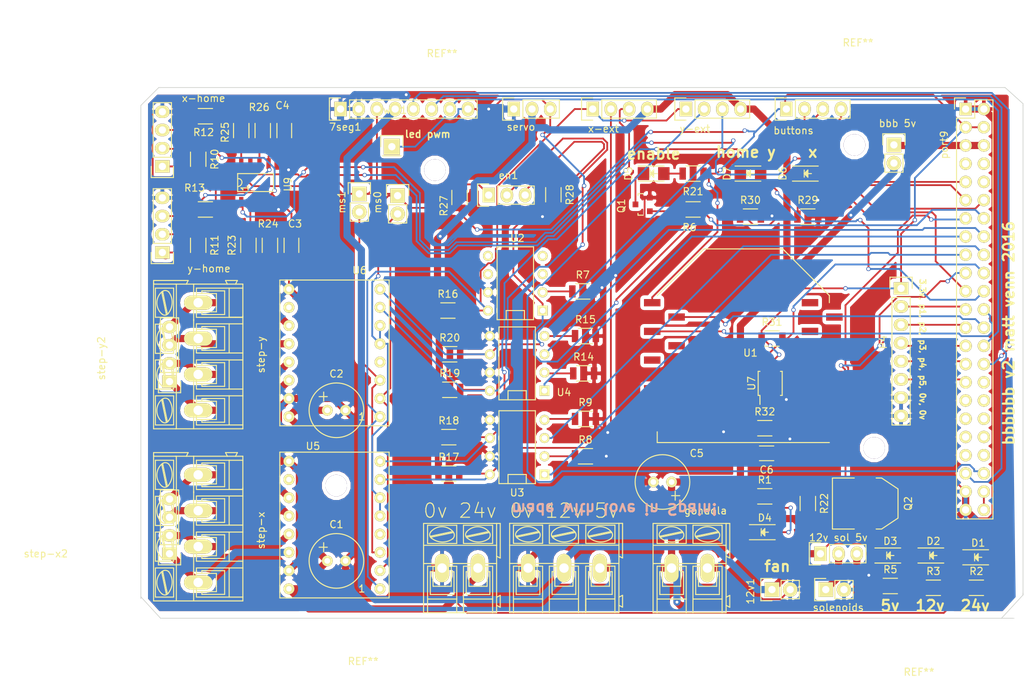
<source format=kicad_pcb>
(kicad_pcb (version 4) (host pcbnew "(2015-06-25 BZR 5821)-product")
  (layers (0 F.Cu signal) (31 B.Cu signal) (34 B.Paste user) (35 F.Paste user) (36 B.SilkS user) (37 F.SilkS user) (38 B.Mask user) (39 F.Mask user) (44 Edge.Cuts user))
  (net 0 "")
  (net 1 Earth)
  (net 2 +3V3)
  (net 3 +12V)
  (net 4 /7seg-sdo)
  (net 5 /7seg-clk)
  (net 6 /7seg-le)
  (net 7 /7seg-!oe)
  (net 8 +5V)
  (net 9 +24V)
  (net 10 /butt-reset)
  (net 11 /butt-estop)
  (net 12 /butt-power)
  (net 13 "Net-(D1-Pad2)")
  (net 14 "Net-(D2-Pad2)")
  (net 15 "Net-(D3-Pad2)")
  (net 16 "Net-(D4-Pad2)")
  (net 17 "Net-(D4-Pad1)")
  (net 18 "Net-(D5-Pad2)")
  (net 19 "Net-(D5-Pad1)")
  (net 20 "Net-(D6-Pad1)")
  (net 21 "Net-(D7-Pad1)")
  (net 22 enable)
  (net 23 gondola-charge)
  (net 24 /ystep)
  (net 25 /ydir)
  (net 26 /xstep)
  (net 27 /xdir)
  (net 28 x-home)
  (net 29 y-home)
  (net 30 "Net-(Q1-Pad1)")
  (net 31 "Net-(R7-Pad1)")
  (net 32 "Net-(R8-Pad1)")
  (net 33 "Net-(R9-Pad1)")
  (net 34 "Net-(R10-Pad1)")
  (net 35 "Net-(R11-Pad1)")
  (net 36 "Net-(R14-Pad1)")
  (net 37 "Net-(R15-Pad1)")
  (net 38 /enable-ext)
  (net 39 /xstep-ext)
  (net 40 /xdir-ext)
  (net 41 /ystep-ext)
  (net 42 /ydir-ext)
  (net 43 /xbee-rx)
  (net 44 /xbee-tx)
  (net 45 "Net-(port9-Pad44)")
  (net 46 "Net-(C3-Pad2)")
  (net 47 "Net-(C4-Pad2)")
  (net 48 "Net-(R23-Pad2)")
  (net 49 "Net-(R25-Pad2)")
  (net 50 "Net-(U5-Pad14)")
  (net 51 "Net-(U5-Pad13)")
  (net 52 "Net-(U5-Pad11)")
  (net 53 "Net-(U5-Pad12)")
  (net 54 "Net-(U6-Pad14)")
  (net 55 "Net-(U6-Pad13)")
  (net 56 "Net-(U6-Pad11)")
  (net 57 "Net-(U6-Pad12)")
  (net 58 /ms0)
  (net 59 /ms1)
  (net 60 /bb-5v)
  (net 61 /gpio1)
  (net 62 /gpio2)
  (net 63 /gpio3)
  (net 64 /gpio4)
  (net 65 /gpio5)
  (net 66 "Net-(R27-Pad1)")
  (net 67 "Net-(R28-Pad1)")
  (net 68 scl)
  (net 69 sda)
  (net 70 "Net-(sol1-Pad2)")
  (module fp:xbee (layer F.Cu) (at 219 123 270)
    (fp_text reference U1 (at -2 -12 360) (layer F.SilkS))
    (fp_text value xbee)
    (pad 19 smd rect (at -7 -23.7 270) (size 1.02 2.3) (layers F.Cu F.Paste F.Mask))
    (pad 20 smd rect (at -9 -20.3 270) (size 1.02 2.3) (layers F.Cu F.Paste F.Mask))
    (pad 1 smd rect (at -9 1.7 270) (size 1.02 2.3) (layers F.Cu F.Paste F.Mask) (net 2 +3V3))
    (pad 2 smd rect (at -7 -1.7 270) (size 1.02 2.3) (layers F.Cu F.Paste F.Mask) (net 44 /xbee-tx))
    (pad 4 smd rect (at -3 -1.7 270) (size 1.02 2.3) (layers F.Cu F.Paste F.Mask))
    (pad 6 smd rect (at 1 -1.7 270) (size 1.02 2.3) (layers F.Cu F.Paste F.Mask))
    (pad 8 smd rect (at 5 -1.7 270) (size 1.02 2.3) (layers F.Cu F.Paste F.Mask))
    (pad 10 smd rect (at 9 -1.7 270) (size 1.02 2.3) (layers F.Cu F.Paste F.Mask) (net 1 Earth))
    (pad 3 smd rect (at -5 1.7 270) (size 1.02 2.3) (layers F.Cu F.Paste F.Mask) (net 43 /xbee-rx))
    (pad 5 smd rect (at -1 1.7 270) (size 1.02 2.3) (layers F.Cu F.Paste F.Mask))
    (pad 7 smd rect (at 3 1.7 270) (size 1.02 2.3) (layers F.Cu F.Paste F.Mask))
    (pad 9 smd rect (at 7 1.7 270) (size 1.02 2.3) (layers F.Cu F.Paste F.Mask))
    (pad 18 smd rect (at -5 -20.3 270) (size 1.02 2.3) (layers F.Cu F.Paste F.Mask))
    (pad 16 smd rect (at -1 -20.3 270) (size 1.02 2.3) (layers F.Cu F.Paste F.Mask))
    (pad 14 smd rect (at 3 -20.3 270) (size 1.02 2.3) (layers F.Cu F.Paste F.Mask))
    (pad 12 smd rect (at 7 -20.3 270) (size 1.02 2.3) (layers F.Cu F.Paste F.Mask))
    (pad 17 smd rect (at -3 -23.7 270) (size 1.02 2.3) (layers F.Cu F.Paste F.Mask))
    (pad 15 smd rect (at 1 -23.7 270) (size 1.02 2.3) (layers F.Cu F.Paste F.Mask))
    (pad 13 smd rect (at 5 -23.7 270) (size 1.02 2.3) (layers F.Cu F.Paste F.Mask))
    (pad 11 smd rect (at 9 -23.7 270) (size 1.02 2.3) (layers F.Cu F.Paste F.Mask))
  )
  (module Pin_Headers:Pin_Header_Straight_1x08 (layer F.Cu) (at 173.84 87 90)
    (fp_text reference 7seg1 (at -2.5 0.66 180) (layer F.SilkS))
    (fp_text value 7seg)
    (pad 1 thru_hole rect (at 0 0 90) (size 2.032 1.7272) (drill 1.016) (layers *.Cu *.Mask F.SilkS) (net 1 Earth))
    (pad 2 thru_hole oval (at 0 2.54 90) (size 2.032 1.7272) (drill 1.016) (layers *.Cu *.Mask F.SilkS) (net 1 Earth))
    (pad 3 thru_hole oval (at 0 5.08 90) (size 2.032 1.7272) (drill 1.016) (layers *.Cu *.Mask F.SilkS) (net 2 +3V3))
    (pad 4 thru_hole oval (at 0 7.62 90) (size 2.032 1.7272) (drill 1.016) (layers *.Cu *.Mask F.SilkS) (net 3 +12V))
    (pad 5 thru_hole oval (at 0 10.16 90) (size 2.032 1.7272) (drill 1.016) (layers *.Cu *.Mask F.SilkS) (net 4 /7seg-sdo))
    (pad 6 thru_hole oval (at 0 12.7 90) (size 2.032 1.7272) (drill 1.016) (layers *.Cu *.Mask F.SilkS) (net 5 /7seg-clk))
    (pad 7 thru_hole oval (at 0 15.24 90) (size 2.032 1.7272) (drill 1.016) (layers *.Cu *.Mask F.SilkS) (net 6 /7seg-le))
    (pad 8 thru_hole oval (at 0 17.78 90) (size 2.032 1.7272) (drill 1.016) (layers *.Cu *.Mask F.SilkS) (net 7 /7seg-!oe))
  )
  (module Connect:AK300-3 (layer F.Cu) (at 200 151)
    (fp_text reference "0v 12v 5v" (at 5 -8) (layer F.SilkS) (effects (font (size 2 2))))
    (fp_text value 12/5v)
    (pad 1 thru_hole oval (at 0 0) (size 1.9812 3.9624) (drill 1.3208) (layers *.Cu F.Paste F.SilkS F.Mask) (net 1 Earth))
    (pad 2 thru_hole oval (at 5 0) (size 1.9812 3.9624) (drill 1.3208) (layers *.Cu F.Paste F.SilkS F.Mask) (net 3 +12V))
    (pad 3 thru_hole oval (at 10 0) (size 1.9812 3.9624) (drill 1.3208) (layers *.Cu F.Paste F.SilkS F.Mask) (net 8 +5V))
  )
  (module Connect:AK300-2 (layer F.Cu) (at 188 151)
    (fp_text reference "0v 24v" (at 2.5 -8) (layer F.SilkS) (effects (font (size 2 2))))
    (fp_text value 24v)
    (pad 1 thru_hole oval (at 0 0) (size 1.9812 3.9624) (drill 1.3208) (layers *.Cu F.Paste F.SilkS F.Mask) (net 1 Earth))
    (pad 2 thru_hole oval (at 5 0) (size 1.9812 3.9624) (drill 1.3208) (layers *.Cu F.Paste F.SilkS F.Mask) (net 9 +24V))
  )
  (module Pin_Headers:Pin_Header_Straight_1x04 (layer F.Cu) (at 236 87 90)
    (fp_text reference buttons (at -3 1 180) (layer F.SilkS))
    (fp_text value buttons)
    (pad 1 thru_hole rect (at 0 0 90) (size 2.032 1.7272) (drill 1.016) (layers *.Cu *.Mask F.SilkS) (net 2 +3V3))
    (pad 2 thru_hole oval (at 0 2.54 90) (size 2.032 1.7272) (drill 1.016) (layers *.Cu *.Mask F.SilkS) (net 10 /butt-reset))
    (pad 3 thru_hole oval (at 0 5.08 90) (size 2.032 1.7272) (drill 1.016) (layers *.Cu *.Mask F.SilkS) (net 11 /butt-estop))
    (pad 4 thru_hole oval (at 0 7.62 90) (size 2.032 1.7272) (drill 1.016) (layers *.Cu *.Mask F.SilkS) (net 12 /butt-power))
  )
  (module Capacitors_Elko_ThroughHole:Elko_vert_11.2x7.5mm_RM2.5 (layer F.Cu) (at 172 150)
    (fp_text reference C1 (at 1.27 -5.08) (layer F.SilkS))
    (fp_text value 47uf)
    (fp_line (start -0.508 -2.54) (end -0.508 -1.27) (layer F.Cu) (width 0.15))
    (fp_line (start -1.143 -1.905) (end 0 -1.905) (layer F.Cu) (width 0.15))
    (pad 2 thru_hole circle (at 2.54 0) (size 1.50114 1.50114) (drill 0.8001) (layers *.Cu *.Mask F.SilkS) (net 1 Earth))
    (pad 1 thru_hole circle (at 0 0) (size 1.50114 1.50114) (drill 0.8001) (layers *.Cu *.Mask F.SilkS) (net 9 +24V))
  )
  (module Capacitors_Elko_ThroughHole:Elko_vert_11.2x7.5mm_RM2.5 (layer F.Cu) (at 172 129)
    (fp_text reference C2 (at 1.27 -5.08) (layer F.SilkS))
    (fp_text value 47uf)
    (fp_line (start -0.508 -2.54) (end -0.508 -1.27) (layer F.Cu) (width 0.15))
    (fp_line (start -1.143 -1.905) (end 0 -1.905) (layer F.Cu) (width 0.15))
    (pad 2 thru_hole circle (at 2.54 0) (size 1.50114 1.50114) (drill 0.8001) (layers *.Cu *.Mask F.SilkS) (net 1 Earth))
    (pad 1 thru_hole circle (at 0 0) (size 1.50114 1.50114) (drill 0.8001) (layers *.Cu *.Mask F.SilkS) (net 9 +24V))
  )
  (module LEDs:LED-1206 (layer F.Cu) (at 262.75 149.5)
    (fp_text reference D1 (at 0 -2) (layer F.SilkS))
    (fp_text value LED)
    (pad 2 smd rect (at 1.41986 0 180) (size 1.59766 1.80086) (layers F.Cu F.Paste F.Mask) (net 13 "Net-(D1-Pad2)"))
    (pad 1 smd rect (at -1.41986 0 180) (size 1.59766 1.80086) (layers F.Cu F.Paste F.Mask) (net 1 Earth))
  )
  (module LEDs:LED-1206 (layer F.Cu) (at 256.5 149.25)
    (fp_text reference D2 (at 0 -2) (layer F.SilkS))
    (fp_text value LED)
    (pad 2 smd rect (at 1.41986 0 180) (size 1.59766 1.80086) (layers F.Cu F.Paste F.Mask) (net 14 "Net-(D2-Pad2)"))
    (pad 1 smd rect (at -1.41986 0 180) (size 1.59766 1.80086) (layers F.Cu F.Paste F.Mask) (net 1 Earth))
  )
  (module LEDs:LED-1206 (layer F.Cu) (at 250.5 149.25)
    (fp_text reference D3 (at 0 -2) (layer F.SilkS))
    (fp_text value LED)
    (pad 2 smd rect (at 1.41986 0 180) (size 1.59766 1.80086) (layers F.Cu F.Paste F.Mask) (net 15 "Net-(D3-Pad2)"))
    (pad 1 smd rect (at -1.41986 0 180) (size 1.59766 1.80086) (layers F.Cu F.Paste F.Mask) (net 1 Earth))
  )
  (module LEDs:LED-1206 (layer F.Cu) (at 233 146)
    (fp_text reference D4 (at 0 -2) (layer F.SilkS))
    (fp_text value LED)
    (pad 2 smd rect (at 1.41986 0 180) (size 1.59766 1.80086) (layers F.Cu F.Paste F.Mask) (net 16 "Net-(D4-Pad2)"))
    (pad 1 smd rect (at -1.41986 0 180) (size 1.59766 1.80086) (layers F.Cu F.Paste F.Mask) (net 17 "Net-(D4-Pad1)"))
  )
  (module LEDs:LED-1206 (layer F.Cu) (at 239 96)
    (fp_text reference D6 (at -3.5 0 90) (layer F.SilkS))
    (fp_text value "x home")
    (pad 2 smd rect (at 1.41986 0 180) (size 1.59766 1.80086) (layers F.Cu F.Paste F.Mask) (net 28 x-home))
    (pad 1 smd rect (at -1.41986 0 180) (size 1.59766 1.80086) (layers F.Cu F.Paste F.Mask) (net 20 "Net-(D6-Pad1)"))
  )
  (module LEDs:LED-1206 (layer F.Cu) (at 231 96)
    (fp_text reference D7 (at -3.25 0 90) (layer F.SilkS))
    (fp_text value "y home")
    (pad 2 smd rect (at 1.41986 0 180) (size 1.59766 1.80086) (layers F.Cu F.Paste F.Mask) (net 29 y-home))
    (pad 1 smd rect (at -1.41986 0 180) (size 1.59766 1.80086) (layers F.Cu F.Paste F.Mask) (net 21 "Net-(D7-Pad1)"))
  )
  (module Pin_Headers:Pin_Header_Straight_1x02 (layer F.Cu) (at 181.802 99.076)
    (fp_text reference ms0 (at -2.802 0.924 90) (layer F.SilkS))
    (fp_text value ms0)
    (pad 1 thru_hole rect (at 0 0) (size 2.032 2.032) (drill 1.016) (layers *.Cu *.Mask F.SilkS) (net 2 +3V3))
    (pad 2 thru_hole oval (at 0 2.54) (size 2.032 2.032) (drill 1.016) (layers *.Cu *.Mask F.SilkS) (net 58 /ms0))
  )
  (module Pin_Headers:Pin_Header_Straight_1x02 (layer F.Cu) (at 176.468 98.822)
    (fp_text reference ms1 (at -2.468 1.178 90) (layer F.SilkS))
    (fp_text value ms1)
    (pad 1 thru_hole rect (at 0 0) (size 2.032 2.032) (drill 1.016) (layers *.Cu *.Mask F.SilkS) (net 2 +3V3))
    (pad 2 thru_hole oval (at 0 2.54) (size 2.032 2.032) (drill 1.016) (layers *.Cu *.Mask F.SilkS) (net 59 /ms1))
  )
  (module Pin_Headers:Pin_Header_Straight_2x23 (layer F.Cu) (at 261 87)
    (fp_text reference port9 (at -3 5 90) (layer F.SilkS))
    (fp_text value CONN_02X23)
    (pad 1 thru_hole rect (at 0 0) (size 1.7272 1.7272) (drill 1.016) (layers *.Cu *.Mask F.SilkS) (net 1 Earth))
    (pad 2 thru_hole oval (at 2.54 0) (size 1.7272 1.7272) (drill 1.016) (layers *.Cu *.Mask F.SilkS) (net 1 Earth))
    (pad 3 thru_hole oval (at 0 2.54) (size 1.7272 1.7272) (drill 1.016) (layers *.Cu *.Mask F.SilkS) (net 2 +3V3))
    (pad 4 thru_hole oval (at 2.54 2.54) (size 1.7272 1.7272) (drill 1.016) (layers *.Cu *.Mask F.SilkS) (net 2 +3V3))
    (pad 5 thru_hole oval (at 0 5.08) (size 1.7272 1.7272) (drill 1.016) (layers *.Cu *.Mask F.SilkS) (net 60 /bb-5v))
    (pad 6 thru_hole oval (at 2.54 5.08) (size 1.7272 1.7272) (drill 1.016) (layers *.Cu *.Mask F.SilkS) (net 60 /bb-5v))
    (pad 7 thru_hole oval (at 0 7.62) (size 1.7272 1.7272) (drill 1.016) (layers *.Cu *.Mask F.SilkS))
    (pad 8 thru_hole oval (at 2.54 7.62) (size 1.7272 1.7272) (drill 1.016) (layers *.Cu *.Mask F.SilkS))
    (pad 9 thru_hole oval (at 0 10.16) (size 1.7272 1.7272) (drill 1.016) (layers *.Cu *.Mask F.SilkS) (net 12 /butt-power))
    (pad 10 thru_hole oval (at 2.54 10.16) (size 1.7272 1.7272) (drill 1.016) (layers *.Cu *.Mask F.SilkS))
    (pad 11 thru_hole oval (at 0 12.7) (size 1.7272 1.7272) (drill 1.016) (layers *.Cu *.Mask F.SilkS) (net 11 /butt-estop))
    (pad 12 thru_hole oval (at 2.54 12.7) (size 1.7272 1.7272) (drill 1.016) (layers *.Cu *.Mask F.SilkS) (net 10 /butt-reset))
    (pad 13 thru_hole oval (at 0 15.24) (size 1.7272 1.7272) (drill 1.016) (layers *.Cu *.Mask F.SilkS) (net 23 gondola-charge))
    (pad 14 thru_hole oval (at 2.54 15.24) (size 1.7272 1.7272) (drill 1.016) (layers *.Cu *.Mask F.SilkS) (net 22 enable))
    (pad 15 thru_hole oval (at 0 17.78) (size 1.7272 1.7272) (drill 1.016) (layers *.Cu *.Mask F.SilkS) (net 24 /ystep))
    (pad 16 thru_hole oval (at 2.54 17.78) (size 1.7272 1.7272) (drill 1.016) (layers *.Cu *.Mask F.SilkS) (net 25 /ydir))
    (pad 17 thru_hole oval (at 0 20.32) (size 1.7272 1.7272) (drill 1.016) (layers *.Cu *.Mask F.SilkS) (net 26 /xstep))
    (pad 18 thru_hole oval (at 2.54 20.32) (size 1.7272 1.7272) (drill 1.016) (layers *.Cu *.Mask F.SilkS) (net 27 /xdir))
    (pad 19 thru_hole oval (at 0 22.86) (size 1.7272 1.7272) (drill 1.016) (layers *.Cu *.Mask F.SilkS) (net 68 scl))
    (pad 20 thru_hole oval (at 2.54 22.86) (size 1.7272 1.7272) (drill 1.016) (layers *.Cu *.Mask F.SilkS) (net 69 sda))
    (pad 21 thru_hole oval (at 0 25.4) (size 1.7272 1.7272) (drill 1.016) (layers *.Cu *.Mask F.SilkS) (net 28 x-home))
    (pad 22 thru_hole oval (at 2.54 25.4) (size 1.7272 1.7272) (drill 1.016) (layers *.Cu *.Mask F.SilkS) (net 29 y-home))
    (pad 23 thru_hole oval (at 0 27.94) (size 1.7272 1.7272) (drill 1.016) (layers *.Cu *.Mask F.SilkS) (net 61 /gpio1))
    (pad 24 thru_hole oval (at 2.54 27.94) (size 1.7272 1.7272) (drill 1.016) (layers *.Cu *.Mask F.SilkS) (net 43 /xbee-rx))
    (pad 25 thru_hole oval (at 0 30.48) (size 1.7272 1.7272) (drill 1.016) (layers *.Cu *.Mask F.SilkS) (net 62 /gpio2))
    (pad 26 thru_hole oval (at 2.54 30.48) (size 1.7272 1.7272) (drill 1.016) (layers *.Cu *.Mask F.SilkS) (net 44 /xbee-tx))
    (pad 27 thru_hole oval (at 0 33.02) (size 1.7272 1.7272) (drill 1.016) (layers *.Cu *.Mask F.SilkS) (net 63 /gpio3))
    (pad 28 thru_hole oval (at 2.54 33.02) (size 1.7272 1.7272) (drill 1.016) (layers *.Cu *.Mask F.SilkS) (net 6 /7seg-le))
    (pad 29 thru_hole oval (at 0 35.56) (size 1.7272 1.7272) (drill 1.016) (layers *.Cu *.Mask F.SilkS) (net 64 /gpio4))
    (pad 30 thru_hole oval (at 2.54 35.56) (size 1.7272 1.7272) (drill 1.016) (layers *.Cu *.Mask F.SilkS) (net 4 /7seg-sdo))
    (pad 31 thru_hole oval (at 0 38.1) (size 1.7272 1.7272) (drill 1.016) (layers *.Cu *.Mask F.SilkS) (net 65 /gpio5))
    (pad 32 thru_hole oval (at 2.54 38.1) (size 1.7272 1.7272) (drill 1.016) (layers *.Cu *.Mask F.SilkS))
    (pad 33 thru_hole oval (at 0 40.64) (size 1.7272 1.7272) (drill 1.016) (layers *.Cu *.Mask F.SilkS))
    (pad 34 thru_hole oval (at 2.54 40.64) (size 1.7272 1.7272) (drill 1.016) (layers *.Cu *.Mask F.SilkS))
    (pad 35 thru_hole oval (at 0 43.18) (size 1.7272 1.7272) (drill 1.016) (layers *.Cu *.Mask F.SilkS))
    (pad 36 thru_hole oval (at 2.54 43.18) (size 1.7272 1.7272) (drill 1.016) (layers *.Cu *.Mask F.SilkS))
    (pad 37 thru_hole oval (at 0 45.72) (size 1.7272 1.7272) (drill 1.016) (layers *.Cu *.Mask F.SilkS))
    (pad 38 thru_hole oval (at 2.54 45.72) (size 1.7272 1.7272) (drill 1.016) (layers *.Cu *.Mask F.SilkS))
    (pad 39 thru_hole oval (at 0 48.26) (size 1.7272 1.7272) (drill 1.016) (layers *.Cu *.Mask F.SilkS))
    (pad 40 thru_hole oval (at 2.54 48.26) (size 1.7272 1.7272) (drill 1.016) (layers *.Cu *.Mask F.SilkS))
    (pad 41 thru_hole oval (at 0 50.8) (size 1.7272 1.7272) (drill 1.016) (layers *.Cu *.Mask F.SilkS) (net 5 /7seg-clk))
    (pad 42 thru_hole oval (at 2.54 50.8) (size 1.7272 1.7272) (drill 1.016) (layers *.Cu *.Mask F.SilkS) (net 7 /7seg-!oe))
    (pad 43 thru_hole oval (at 0 53.34) (size 1.7272 1.7272) (drill 1.016) (layers *.Cu *.Mask F.SilkS) (net 1 Earth))
    (pad 44 thru_hole oval (at 2.54 53.34) (size 1.7272 1.7272) (drill 1.016) (layers *.Cu *.Mask F.SilkS) (net 45 "Net-(port9-Pad44)"))
    (pad 45 thru_hole oval (at 0 55.88) (size 1.7272 1.7272) (drill 1.016) (layers *.Cu *.Mask F.SilkS) (net 1 Earth))
    (pad 46 thru_hole oval (at 2.54 55.88) (size 1.7272 1.7272) (drill 1.016) (layers *.Cu *.Mask F.SilkS) (net 45 "Net-(port9-Pad44)"))
  )
  (module Housings_SOT-23_SOT-143_TSOT-6:SOT-23 (layer F.Cu) (at 215.965 100.298 90)
    (fp_text reference Q1 (at -0.202 -2.965 90) (layer F.SilkS))
    (fp_text value BC849C)
    (pad 1 smd rect (at -0.95 1.00076 90) (size 0.8001 0.8001) (layers F.Cu F.Paste F.Mask) (net 30 "Net-(Q1-Pad1)"))
    (pad 2 smd rect (at 0.95 1.00076 90) (size 0.8001 0.8001) (layers F.Cu F.Paste F.Mask) (net 1 Earth))
    (pad 3 smd rect (at 0 -0.99822 90) (size 0.8001 0.8001) (layers F.Cu F.Paste F.Mask) (net 19 "Net-(D5-Pad1)"))
  )
  (module Resistors_SMD:R_1206 (layer F.Cu) (at 233 141)
    (fp_text reference R1 (at 0 -2.3) (layer F.SilkS))
    (fp_text value 560)
    (pad 1 smd rect (at -1.45 0) (size 0.9 1.7) (layers F.Cu F.Paste F.Mask) (net 8 +5V))
    (pad 2 smd rect (at 1.45 0) (size 0.9 1.7) (layers F.Cu F.Paste F.Mask) (net 16 "Net-(D4-Pad2)"))
  )
  (module Resistors_SMD:R_1206 (layer F.Cu) (at 262.5 153.75)
    (fp_text reference R2 (at 0 -2.3) (layer F.SilkS))
    (fp_text value 4.7k)
    (pad 1 smd rect (at -1.45 0) (size 0.9 1.7) (layers F.Cu F.Paste F.Mask) (net 9 +24V))
    (pad 2 smd rect (at 1.45 0) (size 0.9 1.7) (layers F.Cu F.Paste F.Mask) (net 13 "Net-(D1-Pad2)"))
  )
  (module Resistors_SMD:R_1206 (layer F.Cu) (at 256.5 153.75)
    (fp_text reference R3 (at 0 -2.3) (layer F.SilkS))
    (fp_text value 2k)
    (pad 1 smd rect (at -1.45 0) (size 0.9 1.7) (layers F.Cu F.Paste F.Mask) (net 3 +12V))
    (pad 2 smd rect (at 1.45 0) (size 0.9 1.7) (layers F.Cu F.Paste F.Mask) (net 14 "Net-(D2-Pad2)"))
  )
  (module Resistors_SMD:R_1206 (layer F.Cu) (at 250.5 153.5)
    (fp_text reference R5 (at 0 -2.3) (layer F.SilkS))
    (fp_text value 560)
    (pad 1 smd rect (at -1.45 0) (size 0.9 1.7) (layers F.Cu F.Paste F.Mask) (net 8 +5V))
    (pad 2 smd rect (at 1.45 0) (size 0.9 1.7) (layers F.Cu F.Paste F.Mask) (net 15 "Net-(D3-Pad2)"))
  )
  (module Resistors_SMD:R_1206 (layer F.Cu) (at 223 101)
    (fp_text reference R6 (at -0.5 2.5) (layer F.SilkS))
    (fp_text value 1k)
    (pad 1 smd rect (at -1.45 0) (size 0.9 1.7) (layers F.Cu F.Paste F.Mask) (net 30 "Net-(Q1-Pad1)"))
    (pad 2 smd rect (at 1.45 0) (size 0.9 1.7) (layers F.Cu F.Paste F.Mask) (net 22 enable))
  )
  (module Resistors_SMD:R_1206 (layer F.Cu) (at 207.613 112.427)
    (fp_text reference R7 (at 0 -2.3) (layer F.SilkS))
    (fp_text value 1k)
    (pad 1 smd rect (at -1.45 0) (size 0.9 1.7) (layers F.Cu F.Paste F.Mask) (net 31 "Net-(R7-Pad1)"))
    (pad 2 smd rect (at 1.45 0) (size 0.9 1.7) (layers F.Cu F.Paste F.Mask) (net 1 Earth))
  )
  (module Resistors_SMD:R_1206 (layer F.Cu) (at 207.994 135.414)
    (fp_text reference R8 (at 0 -2.3) (layer F.SilkS))
    (fp_text value 1k)
    (pad 1 smd rect (at -1.45 0) (size 0.9 1.7) (layers F.Cu F.Paste F.Mask) (net 32 "Net-(R8-Pad1)"))
    (pad 2 smd rect (at 1.45 0) (size 0.9 1.7) (layers F.Cu F.Paste F.Mask) (net 1 Earth))
  )
  (module Resistors_SMD:R_1206 (layer F.Cu) (at 207.994 130.207)
    (fp_text reference R9 (at 0 -2.3) (layer F.SilkS))
    (fp_text value 1k)
    (pad 1 smd rect (at -1.45 0) (size 0.9 1.7) (layers F.Cu F.Paste F.Mask) (net 33 "Net-(R9-Pad1)"))
    (pad 2 smd rect (at 1.45 0) (size 0.9 1.7) (layers F.Cu F.Paste F.Mask) (net 1 Earth))
  )
  (module Resistors_SMD:R_1206 (layer F.Cu) (at 154 94 270)
    (fp_text reference R10 (at 0 -2.3 270) (layer F.SilkS))
    (fp_text value 330)
    (pad 1 smd rect (at -1.45 0 270) (size 0.9 1.7) (layers F.Cu F.Paste F.Mask) (net 34 "Net-(R10-Pad1)"))
    (pad 2 smd rect (at 1.45 0 270) (size 0.9 1.7) (layers F.Cu F.Paste F.Mask) (net 2 +3V3))
  )
  (module Resistors_SMD:R_1206 (layer F.Cu) (at 154 106 270)
    (fp_text reference R11 (at 0 -2.3 270) (layer F.SilkS))
    (fp_text value 330)
    (pad 1 smd rect (at -1.45 0 270) (size 0.9 1.7) (layers F.Cu F.Paste F.Mask) (net 35 "Net-(R11-Pad1)"))
    (pad 2 smd rect (at 1.45 0 270) (size 0.9 1.7) (layers F.Cu F.Paste F.Mask) (net 2 +3V3))
  )
  (module Resistors_SMD:R_1206 (layer F.Cu) (at 155 88)
    (fp_text reference R12 (at -0.25 2.25) (layer F.SilkS))
    (fp_text value 1k)
    (pad 1 smd rect (at -1.45 0) (size 0.9 1.7) (layers F.Cu F.Paste F.Mask) (net 46 "Net-(C3-Pad2)"))
    (pad 2 smd rect (at 1.45 0) (size 0.9 1.7) (layers F.Cu F.Paste F.Mask) (net 2 +3V3))
  )
  (module Resistors_SMD:R_1206 (layer F.Cu) (at 155 101)
    (fp_text reference R13 (at -1.5 -3) (layer F.SilkS))
    (fp_text value 1k)
    (pad 1 smd rect (at -1.45 0) (size 0.9 1.7) (layers F.Cu F.Paste F.Mask) (net 47 "Net-(C4-Pad2)"))
    (pad 2 smd rect (at 1.45 0) (size 0.9 1.7) (layers F.Cu F.Paste F.Mask) (net 2 +3V3))
  )
  (module Resistors_SMD:R_1206 (layer F.Cu) (at 207.74 123.857)
    (fp_text reference R14 (at 0 -2.3) (layer F.SilkS))
    (fp_text value 1k)
    (pad 1 smd rect (at -1.45 0) (size 0.9 1.7) (layers F.Cu F.Paste F.Mask) (net 36 "Net-(R14-Pad1)"))
    (pad 2 smd rect (at 1.45 0) (size 0.9 1.7) (layers F.Cu F.Paste F.Mask) (net 1 Earth))
  )
  (module Resistors_SMD:R_1206 (layer F.Cu) (at 207.994 118.65)
    (fp_text reference R15 (at 0 -2.3) (layer F.SilkS))
    (fp_text value 1k)
    (pad 1 smd rect (at -1.45 0) (size 0.9 1.7) (layers F.Cu F.Paste F.Mask) (net 37 "Net-(R15-Pad1)"))
    (pad 2 smd rect (at 1.45 0) (size 0.9 1.7) (layers F.Cu F.Paste F.Mask) (net 1 Earth))
  )
  (module Resistors_SMD:R_1206 (layer F.Cu) (at 188.817 115.094)
    (fp_text reference R16 (at 0 -2.3) (layer F.SilkS))
    (fp_text value 1k)
    (pad 1 smd rect (at -1.45 0) (size 0.9 1.7) (layers F.Cu F.Paste F.Mask) (net 8 +5V))
    (pad 2 smd rect (at 1.45 0) (size 0.9 1.7) (layers F.Cu F.Paste F.Mask) (net 38 /enable-ext))
  )
  (module Resistors_SMD:R_1206 (layer F.Cu) (at 188.944 137.827)
    (fp_text reference R17 (at 0 -2.3) (layer F.SilkS))
    (fp_text value 1k)
    (pad 1 smd rect (at -1.45 0) (size 0.9 1.7) (layers F.Cu F.Paste F.Mask) (net 8 +5V))
    (pad 2 smd rect (at 1.45 0) (size 0.9 1.7) (layers F.Cu F.Paste F.Mask) (net 39 /xstep-ext))
  )
  (module Resistors_SMD:R_1206 (layer F.Cu) (at 188.944 132.747)
    (fp_text reference R18 (at 0 -2.3) (layer F.SilkS))
    (fp_text value 1k)
    (pad 1 smd rect (at -1.45 0) (size 0.9 1.7) (layers F.Cu F.Paste F.Mask) (net 8 +5V))
    (pad 2 smd rect (at 1.45 0) (size 0.9 1.7) (layers F.Cu F.Paste F.Mask) (net 40 /xdir-ext))
  )
  (module Resistors_SMD:R_1206 (layer F.Cu) (at 189.071 126.143)
    (fp_text reference R19 (at 0 -2.3) (layer F.SilkS))
    (fp_text value 1k)
    (pad 1 smd rect (at -1.45 0) (size 0.9 1.7) (layers F.Cu F.Paste F.Mask) (net 8 +5V))
    (pad 2 smd rect (at 1.45 0) (size 0.9 1.7) (layers F.Cu F.Paste F.Mask) (net 41 /ystep-ext))
  )
  (module Resistors_SMD:R_1206 (layer F.Cu) (at 189.071 121.19)
    (fp_text reference R20 (at 0 -2.3) (layer F.SilkS))
    (fp_text value 1k)
    (pad 1 smd rect (at -1.45 0) (size 0.9 1.7) (layers F.Cu F.Paste F.Mask) (net 8 +5V))
    (pad 2 smd rect (at 1.45 0) (size 0.9 1.7) (layers F.Cu F.Paste F.Mask) (net 42 /ydir-ext))
  )
  (module Resistors_SMD:R_1206 (layer F.Cu) (at 223 96 180)
    (fp_text reference R21 (at 0 -2.5 180) (layer F.SilkS))
    (fp_text value 220)
    (pad 1 smd rect (at -1.45 0 180) (size 0.9 1.7) (layers F.Cu F.Paste F.Mask) (net 2 +3V3))
    (pad 2 smd rect (at 1.45 0 180) (size 0.9 1.7) (layers F.Cu F.Paste F.Mask) (net 18 "Net-(D5-Pad2)"))
  )
  (module Resistors_SMD:R_1206 (layer F.Cu) (at 239 142 270)
    (fp_text reference R22 (at 0 -2.3 270) (layer F.SilkS))
    (fp_text value 10k)
    (pad 1 smd rect (at -1.45 0 270) (size 0.9 1.7) (layers F.Cu F.Paste F.Mask) (net 23 gondola-charge))
    (pad 2 smd rect (at 1.45 0 270) (size 0.9 1.7) (layers F.Cu F.Paste F.Mask) (net 1 Earth))
  )
  (module Resistors_SMD:R_1206 (layer F.Cu) (at 161 106 90)
    (fp_text reference R23 (at 0 -2.3 90) (layer F.SilkS))
    (fp_text value 8k)
    (pad 1 smd rect (at -1.45 0 90) (size 0.9 1.7) (layers F.Cu F.Paste F.Mask) (net 2 +3V3))
    (pad 2 smd rect (at 1.45 0 90) (size 0.9 1.7) (layers F.Cu F.Paste F.Mask) (net 48 "Net-(R23-Pad2)"))
  )
  (module Resistors_SMD:R_1206 (layer F.Cu) (at 164 106 270)
    (fp_text reference R24 (at -3 0.25 360) (layer F.SilkS))
    (fp_text value 2k)
    (pad 1 smd rect (at -1.45 0 270) (size 0.9 1.7) (layers F.Cu F.Paste F.Mask) (net 48 "Net-(R23-Pad2)"))
    (pad 2 smd rect (at 1.45 0 270) (size 0.9 1.7) (layers F.Cu F.Paste F.Mask) (net 1 Earth))
  )
  (module Resistors_SMD:R_1206 (layer F.Cu) (at 160 90 90)
    (fp_text reference R25 (at -0.25 -2.25 90) (layer F.SilkS))
    (fp_text value 8k)
    (pad 1 smd rect (at -1.45 0 90) (size 0.9 1.7) (layers F.Cu F.Paste F.Mask) (net 2 +3V3))
    (pad 2 smd rect (at 1.45 0 90) (size 0.9 1.7) (layers F.Cu F.Paste F.Mask) (net 49 "Net-(R25-Pad2)"))
  )
  (module Resistors_SMD:R_1206 (layer F.Cu) (at 163 90 270)
    (fp_text reference R26 (at -3.25 0.5 360) (layer F.SilkS))
    (fp_text value 2k)
    (pad 1 smd rect (at -1.45 0 270) (size 0.9 1.7) (layers F.Cu F.Paste F.Mask) (net 49 "Net-(R25-Pad2)"))
    (pad 2 smd rect (at 1.45 0 270) (size 0.9 1.7) (layers F.Cu F.Paste F.Mask) (net 1 Earth))
  )
  (module Resistors_SMD:R_1206 (layer F.Cu) (at 190.438 99.33 270)
    (fp_text reference R27 (at 1.17 2.188 270) (layer F.SilkS))
    (fp_text value 10k)
    (pad 1 smd rect (at -1.45 0 270) (size 0.9 1.7) (layers F.Cu F.Paste F.Mask) (net 66 "Net-(R27-Pad1)"))
    (pad 2 smd rect (at 1.45 0 270) (size 0.9 1.7) (layers F.Cu F.Paste F.Mask) (net 2 +3V3))
  )
  (module Resistors_SMD:R_1206 (layer F.Cu) (at 203.519 98.949 270)
    (fp_text reference R28 (at 0 -2.3 270) (layer F.SilkS))
    (fp_text value 10k)
    (pad 1 smd rect (at -1.45 0 270) (size 0.9 1.7) (layers F.Cu F.Paste F.Mask) (net 67 "Net-(R28-Pad1)"))
    (pad 2 smd rect (at 1.45 0 270) (size 0.9 1.7) (layers F.Cu F.Paste F.Mask) (net 1 Earth))
  )
  (module Pin_Headers:Pin_Header_Straight_1x03 (layer F.Cu) (at 198 87 90)
    (fp_text reference servo (at -2.5 1 180) (layer F.SilkS))
    (fp_text value servo)
    (pad 1 thru_hole rect (at 0 0 90) (size 2.032 1.7272) (drill 1.016) (layers *.Cu *.Mask F.SilkS) (net 1 Earth))
    (pad 2 thru_hole oval (at 0 2.54 90) (size 2.032 1.7272) (drill 1.016) (layers *.Cu *.Mask F.SilkS) (net 8 +5V))
    (pad 3 thru_hole oval (at 0 5.08 90) (size 2.032 1.7272) (drill 1.016) (layers *.Cu *.Mask F.SilkS) (net 7 /7seg-!oe))
  )
  (module Connect:AK300-4 (layer F.Cu) (at 154 153 90)
    (fp_text reference step-x (at 7.25 8.75 90) (layer F.SilkS))
    (fp_text value CONN_01X04)
    (pad 1 thru_hole oval (at 0 0 90) (size 1.9812 3.9624) (drill 1.3208) (layers *.Cu F.Paste F.SilkS F.Mask) (net 50 "Net-(U5-Pad14)"))
    (pad 2 thru_hole oval (at 5 0 90) (size 1.9812 3.9624) (drill 1.3208) (layers *.Cu F.Paste F.SilkS F.Mask) (net 51 "Net-(U5-Pad13)"))
    (pad 4 thru_hole oval (at 15 0 90) (size 1.9812 3.9624) (drill 1.3208) (layers *.Cu F.Paste F.SilkS F.Mask) (net 52 "Net-(U5-Pad11)"))
    (pad 3 thru_hole oval (at 10 0 90) (size 1.9812 3.9624) (drill 1.3208) (layers *.Cu *.Mask F.SilkS) (net 53 "Net-(U5-Pad12)"))
  )
  (module Connect:AK300-4 (layer F.Cu) (at 154 129 90)
    (fp_text reference step-y (at 7.75 8.75 90) (layer F.SilkS))
    (fp_text value CONN_01X04)
    (pad 1 thru_hole oval (at 0 0 90) (size 1.9812 3.9624) (drill 1.3208) (layers *.Cu F.Paste F.SilkS F.Mask) (net 54 "Net-(U6-Pad14)"))
    (pad 2 thru_hole oval (at 5 0 90) (size 1.9812 3.9624) (drill 1.3208) (layers *.Cu F.Paste F.SilkS F.Mask) (net 55 "Net-(U6-Pad13)"))
    (pad 4 thru_hole oval (at 15 0 90) (size 1.9812 3.9624) (drill 1.3208) (layers *.Cu F.Paste F.SilkS F.Mask) (net 56 "Net-(U6-Pad11)"))
    (pad 3 thru_hole oval (at 10 0 90) (size 1.9812 3.9624) (drill 1.3208) (layers *.Cu *.Mask F.SilkS) (net 57 "Net-(U6-Pad12)"))
  )
  (module Sockets_DIP:DIP-8__300 (layer F.Cu) (at 198.215 111.284 90)
    (fp_text reference U2 (at 6.284 0.285 180) (layer F.SilkS))
    (fp_text value LTV-827)
    (pad 1 thru_hole rect (at -3.81 3.81 90) (size 1.397 1.397) (drill 0.8128) (layers *.Cu *.Mask F.SilkS) (net 22 enable))
    (pad 2 thru_hole circle (at -1.27 3.81 90) (size 1.397 1.397) (drill 0.8128) (layers *.Cu *.Mask F.SilkS) (net 31 "Net-(R7-Pad1)"))
    (pad 3 thru_hole circle (at 1.27 3.81 90) (size 1.397 1.397) (drill 0.8128) (layers *.Cu *.Mask F.SilkS))
    (pad 4 thru_hole circle (at 3.81 3.81 90) (size 1.397 1.397) (drill 0.8128) (layers *.Cu *.Mask F.SilkS))
    (pad 5 thru_hole circle (at 3.81 -3.81 90) (size 1.397 1.397) (drill 0.8128) (layers *.Cu *.Mask F.SilkS))
    (pad 6 thru_hole circle (at 1.27 -3.81 90) (size 1.397 1.397) (drill 0.8128) (layers *.Cu *.Mask F.SilkS))
    (pad 7 thru_hole circle (at -1.27 -3.81 90) (size 1.397 1.397) (drill 0.8128) (layers *.Cu *.Mask F.SilkS) (net 1 Earth))
    (pad 8 thru_hole circle (at -3.81 -3.81 90) (size 1.397 1.397) (drill 0.8128) (layers *.Cu *.Mask F.SilkS) (net 38 /enable-ext))
  )
  (module Sockets_DIP:DIP-8__300 (layer F.Cu) (at 198.469 134.144 90)
    (fp_text reference U3 (at -6.35 0 180) (layer F.SilkS))
    (fp_text value LTV-827)
    (pad 1 thru_hole rect (at -3.81 3.81 90) (size 1.397 1.397) (drill 0.8128) (layers *.Cu *.Mask F.SilkS) (net 26 /xstep))
    (pad 2 thru_hole circle (at -1.27 3.81 90) (size 1.397 1.397) (drill 0.8128) (layers *.Cu *.Mask F.SilkS) (net 32 "Net-(R8-Pad1)"))
    (pad 3 thru_hole circle (at 1.27 3.81 90) (size 1.397 1.397) (drill 0.8128) (layers *.Cu *.Mask F.SilkS) (net 27 /xdir))
    (pad 4 thru_hole circle (at 3.81 3.81 90) (size 1.397 1.397) (drill 0.8128) (layers *.Cu *.Mask F.SilkS) (net 33 "Net-(R9-Pad1)"))
    (pad 5 thru_hole circle (at 3.81 -3.81 90) (size 1.397 1.397) (drill 0.8128) (layers *.Cu *.Mask F.SilkS) (net 1 Earth))
    (pad 6 thru_hole circle (at 1.27 -3.81 90) (size 1.397 1.397) (drill 0.8128) (layers *.Cu *.Mask F.SilkS) (net 40 /xdir-ext))
    (pad 7 thru_hole circle (at -1.27 -3.81 90) (size 1.397 1.397) (drill 0.8128) (layers *.Cu *.Mask F.SilkS) (net 1 Earth))
    (pad 8 thru_hole circle (at -3.81 -3.81 90) (size 1.397 1.397) (drill 0.8128) (layers *.Cu *.Mask F.SilkS) (net 39 /xstep-ext))
  )
  (module Sockets_DIP:DIP-8__300 (layer F.Cu) (at 198.469 122.46 90)
    (fp_text reference U4 (at -4.04 6.531 180) (layer F.SilkS))
    (fp_text value LTV-827)
    (pad 1 thru_hole rect (at -3.81 3.81 90) (size 1.397 1.397) (drill 0.8128) (layers *.Cu *.Mask F.SilkS) (net 24 /ystep))
    (pad 2 thru_hole circle (at -1.27 3.81 90) (size 1.397 1.397) (drill 0.8128) (layers *.Cu *.Mask F.SilkS) (net 36 "Net-(R14-Pad1)"))
    (pad 3 thru_hole circle (at 1.27 3.81 90) (size 1.397 1.397) (drill 0.8128) (layers *.Cu *.Mask F.SilkS) (net 25 /ydir))
    (pad 4 thru_hole circle (at 3.81 3.81 90) (size 1.397 1.397) (drill 0.8128) (layers *.Cu *.Mask F.SilkS) (net 37 "Net-(R15-Pad1)"))
    (pad 5 thru_hole circle (at 3.81 -3.81 90) (size 1.397 1.397) (drill 0.8128) (layers *.Cu *.Mask F.SilkS) (net 1 Earth))
    (pad 6 thru_hole circle (at 1.27 -3.81 90) (size 1.397 1.397) (drill 0.8128) (layers *.Cu *.Mask F.SilkS) (net 42 /ydir-ext))
    (pad 7 thru_hole circle (at -1.27 -3.81 90) (size 1.397 1.397) (drill 0.8128) (layers *.Cu *.Mask F.SilkS) (net 1 Earth))
    (pad 8 thru_hole circle (at -3.81 -3.81 90) (size 1.397 1.397) (drill 0.8128) (layers *.Cu *.Mask F.SilkS) (net 41 /ystep-ext))
  )
  (module Pin_Headers:Pin_Header_Straight_1x04 (layer F.Cu) (at 149 95 180)
    (fp_text reference x-home (at -5.75 9.5 180) (layer F.SilkS))
    (fp_text value CONN_01X04)
    (pad 1 thru_hole rect (at 0 0 180) (size 2.032 1.7272) (drill 1.016) (layers *.Cu *.Mask F.SilkS) (net 2 +3V3))
    (pad 2 thru_hole oval (at 0 2.54 180) (size 2.032 1.7272) (drill 1.016) (layers *.Cu *.Mask F.SilkS) (net 34 "Net-(R10-Pad1)"))
    (pad 3 thru_hole oval (at 0 5.08 180) (size 2.032 1.7272) (drill 1.016) (layers *.Cu *.Mask F.SilkS) (net 46 "Net-(C3-Pad2)"))
    (pad 4 thru_hole oval (at 0 7.62 180) (size 2.032 1.7272) (drill 1.016) (layers *.Cu *.Mask F.SilkS) (net 1 Earth))
  )
  (module Pin_Headers:Pin_Header_Straight_1x04 (layer F.Cu) (at 149 107 180)
    (fp_text reference y-home (at -6.5 -2.25 180) (layer F.SilkS))
    (fp_text value CONN_01X04)
    (pad 1 thru_hole rect (at 0 0 180) (size 2.032 1.7272) (drill 1.016) (layers *.Cu *.Mask F.SilkS) (net 2 +3V3))
    (pad 2 thru_hole oval (at 0 2.54 180) (size 2.032 1.7272) (drill 1.016) (layers *.Cu *.Mask F.SilkS) (net 35 "Net-(R11-Pad1)"))
    (pad 3 thru_hole oval (at 0 5.08 180) (size 2.032 1.7272) (drill 1.016) (layers *.Cu *.Mask F.SilkS) (net 47 "Net-(C4-Pad2)"))
    (pad 4 thru_hole oval (at 0 7.62 180) (size 2.032 1.7272) (drill 1.016) (layers *.Cu *.Mask F.SilkS) (net 1 Earth))
  )
  (module Pin_Headers:Pin_Header_Straight_1x04 (layer F.Cu) (at 209 87 90)
    (fp_text reference x-ext (at -2.75 1.5 180) (layer F.SilkS))
    (fp_text value CONN_01X04)
    (pad 1 thru_hole rect (at 0 0 90) (size 2.032 1.7272) (drill 1.016) (layers *.Cu *.Mask F.SilkS) (net 38 /enable-ext))
    (pad 2 thru_hole oval (at 0 2.54 90) (size 2.032 1.7272) (drill 1.016) (layers *.Cu *.Mask F.SilkS) (net 39 /xstep-ext))
    (pad 3 thru_hole oval (at 0 5.08 90) (size 2.032 1.7272) (drill 1.016) (layers *.Cu *.Mask F.SilkS) (net 40 /xdir-ext))
    (pad 4 thru_hole oval (at 0 7.62 90) (size 2.032 1.7272) (drill 1.016) (layers *.Cu *.Mask F.SilkS) (net 8 +5V))
  )
  (module Pin_Headers:Pin_Header_Straight_1x04 (layer F.Cu) (at 222 87 90)
    (fp_text reference y-ext (at -2.75 1.25 180) (layer F.SilkS))
    (fp_text value CONN_01X04)
    (pad 1 thru_hole rect (at 0 0 90) (size 2.032 1.7272) (drill 1.016) (layers *.Cu *.Mask F.SilkS) (net 38 /enable-ext))
    (pad 2 thru_hole oval (at 0 2.54 90) (size 2.032 1.7272) (drill 1.016) (layers *.Cu *.Mask F.SilkS) (net 41 /ystep-ext))
    (pad 3 thru_hole oval (at 0 5.08 90) (size 2.032 1.7272) (drill 1.016) (layers *.Cu *.Mask F.SilkS) (net 42 /ydir-ext))
    (pad 4 thru_hole oval (at 0 7.62 90) (size 2.032 1.7272) (drill 1.016) (layers *.Cu *.Mask F.SilkS) (net 8 +5V))
  )
  (module Resistors_SMD:R_1206 (layer F.Cu) (at 239 102)
    (fp_text reference R29 (at 0 -2.3) (layer F.SilkS))
    (fp_text value 220)
    (pad 1 smd rect (at -1.45 0) (size 0.9 1.7) (layers F.Cu F.Paste F.Mask) (net 20 "Net-(D6-Pad1)"))
    (pad 2 smd rect (at 1.45 0) (size 0.9 1.7) (layers F.Cu F.Paste F.Mask) (net 1 Earth))
  )
  (module Resistors_SMD:R_1206 (layer F.Cu) (at 231 102)
    (fp_text reference R30 (at 0 -2.3) (layer F.SilkS))
    (fp_text value 220)
    (pad 1 smd rect (at -1.45 0) (size 0.9 1.7) (layers F.Cu F.Paste F.Mask) (net 21 "Net-(D7-Pad1)"))
    (pad 2 smd rect (at 1.45 0) (size 0.9 1.7) (layers F.Cu F.Paste F.Mask) (net 1 Earth))
  )
  (module fp:drv8825 (layer F.Cu) (at 173 145 180)
    (fp_text reference U5 (at 3 11 180) (layer F.SilkS))
    (fp_text value drv2250)
    (fp_text user 1 (at -3.81 -8.89 180) (layer F.SilkS))
    (pad 1 thru_hole circle (at -6.35 -8.89 180) (size 1.524 1.524) (drill 0.762) (layers *.Cu *.Mask F.SilkS) (net 38 /enable-ext))
    (pad 2 thru_hole circle (at -6.35 -6.35 180) (size 1.524 1.524) (drill 0.762) (layers *.Cu *.Mask F.SilkS) (net 58 /ms0))
    (pad 3 thru_hole circle (at -6.35 -3.81 180) (size 1.524 1.524) (drill 0.762) (layers *.Cu *.Mask F.SilkS) (net 59 /ms1))
    (pad 4 thru_hole circle (at -6.35 -1.27 180) (size 1.524 1.524) (drill 0.762) (layers *.Cu *.Mask F.SilkS))
    (pad 5 thru_hole circle (at -6.35 1.27 180) (size 1.524 1.524) (drill 0.762) (layers *.Cu *.Mask F.SilkS) (net 2 +3V3))
    (pad 6 thru_hole circle (at -6.35 3.81 180) (size 1.524 1.524) (drill 0.762) (layers *.Cu *.Mask F.SilkS) (net 2 +3V3))
    (pad 7 thru_hole circle (at -6.35 6.35 180) (size 1.524 1.524) (drill 0.762) (layers *.Cu *.Mask F.SilkS) (net 39 /xstep-ext))
    (pad 8 thru_hole circle (at -6.35 8.89 180) (size 1.524 1.524) (drill 0.762) (layers *.Cu *.Mask F.SilkS) (net 40 /xdir-ext))
    (pad 9 thru_hole circle (at 6.35 8.89 180) (size 1.524 1.524) (drill 0.762) (layers *.Cu *.Mask F.SilkS) (net 1 Earth))
    (pad 10 thru_hole circle (at 6.35 6.35 180) (size 1.524 1.524) (drill 0.762) (layers *.Cu *.Mask F.SilkS))
    (pad 11 thru_hole circle (at 6.35 3.81 180) (size 1.524 1.524) (drill 0.762) (layers *.Cu *.Mask F.SilkS) (net 52 "Net-(U5-Pad11)"))
    (pad 12 thru_hole circle (at 6.35 1.27 180) (size 1.524 1.524) (drill 0.762) (layers *.Cu *.Mask F.SilkS) (net 53 "Net-(U5-Pad12)"))
    (pad 13 thru_hole circle (at 6.35 -1.27 180) (size 1.524 1.524) (drill 0.762) (layers *.Cu *.Mask F.SilkS) (net 51 "Net-(U5-Pad13)"))
    (pad 14 thru_hole circle (at 6.35 -3.81 180) (size 1.524 1.524) (drill 0.762) (layers *.Cu *.Mask F.SilkS) (net 50 "Net-(U5-Pad14)"))
    (pad 15 thru_hole circle (at 6.35 -6.35 180) (size 1.524 1.524) (drill 0.762) (layers *.Cu *.Mask F.SilkS) (net 1 Earth))
    (pad 16 thru_hole circle (at 6.35 -8.89 180) (size 1.524 1.524) (drill 0.762) (layers *.Cu *.Mask F.SilkS) (net 9 +24V))
  )
  (module fp:drv8825 (layer F.Cu) (at 173 121 180)
    (fp_text reference U6 (at -3.5 11.5 360) (layer F.SilkS))
    (fp_text value drv2250)
    (fp_text user 1 (at -3.81 -8.89 180) (layer F.SilkS))
    (pad 1 thru_hole circle (at -6.35 -8.89 180) (size 1.524 1.524) (drill 0.762) (layers *.Cu *.Mask F.SilkS) (net 38 /enable-ext))
    (pad 2 thru_hole circle (at -6.35 -6.35 180) (size 1.524 1.524) (drill 0.762) (layers *.Cu *.Mask F.SilkS) (net 58 /ms0))
    (pad 3 thru_hole circle (at -6.35 -3.81 180) (size 1.524 1.524) (drill 0.762) (layers *.Cu *.Mask F.SilkS) (net 59 /ms1))
    (pad 4 thru_hole circle (at -6.35 -1.27 180) (size 1.524 1.524) (drill 0.762) (layers *.Cu *.Mask F.SilkS))
    (pad 5 thru_hole circle (at -6.35 1.27 180) (size 1.524 1.524) (drill 0.762) (layers *.Cu *.Mask F.SilkS) (net 2 +3V3))
    (pad 6 thru_hole circle (at -6.35 3.81 180) (size 1.524 1.524) (drill 0.762) (layers *.Cu *.Mask F.SilkS) (net 2 +3V3))
    (pad 7 thru_hole circle (at -6.35 6.35 180) (size 1.524 1.524) (drill 0.762) (layers *.Cu *.Mask F.SilkS) (net 41 /ystep-ext))
    (pad 8 thru_hole circle (at -6.35 8.89 180) (size 1.524 1.524) (drill 0.762) (layers *.Cu *.Mask F.SilkS) (net 42 /ydir-ext))
    (pad 9 thru_hole circle (at 6.35 8.89 180) (size 1.524 1.524) (drill 0.762) (layers *.Cu *.Mask F.SilkS) (net 1 Earth))
    (pad 10 thru_hole circle (at 6.35 6.35 180) (size 1.524 1.524) (drill 0.762) (layers *.Cu *.Mask F.SilkS))
    (pad 11 thru_hole circle (at 6.35 3.81 180) (size 1.524 1.524) (drill 0.762) (layers *.Cu *.Mask F.SilkS) (net 56 "Net-(U6-Pad11)"))
    (pad 12 thru_hole circle (at 6.35 1.27 180) (size 1.524 1.524) (drill 0.762) (layers *.Cu *.Mask F.SilkS) (net 57 "Net-(U6-Pad12)"))
    (pad 13 thru_hole circle (at 6.35 -1.27 180) (size 1.524 1.524) (drill 0.762) (layers *.Cu *.Mask F.SilkS) (net 55 "Net-(U6-Pad13)"))
    (pad 14 thru_hole circle (at 6.35 -3.81 180) (size 1.524 1.524) (drill 0.762) (layers *.Cu *.Mask F.SilkS) (net 54 "Net-(U6-Pad14)"))
    (pad 15 thru_hole circle (at 6.35 -6.35 180) (size 1.524 1.524) (drill 0.762) (layers *.Cu *.Mask F.SilkS) (net 1 Earth))
    (pad 16 thru_hole circle (at 6.35 -8.89 180) (size 1.524 1.524) (drill 0.762) (layers *.Cu *.Mask F.SilkS) (net 9 +24V))
  )
  (module Capacitors_SMD:C_1206 (layer F.Cu) (at 167 106 90)
    (fp_text reference C3 (at 3 0.5 180) (layer F.SilkS))
    (fp_text value 2.2n)
    (pad 1 smd rect (at -1.5 0 90) (size 1 1.6) (layers F.Cu F.Paste F.Mask) (net 1 Earth))
    (pad 2 smd rect (at 1.5 0 90) (size 1 1.6) (layers F.Cu F.Paste F.Mask) (net 46 "Net-(C3-Pad2)"))
  )
  (module Capacitors_SMD:C_1206 (layer F.Cu) (at 166 90 90)
    (fp_text reference C4 (at 3.5 -0.25 180) (layer F.SilkS))
    (fp_text value 2.2n)
    (pad 1 smd rect (at -1.5 0 90) (size 1 1.6) (layers F.Cu F.Paste F.Mask) (net 1 Earth))
    (pad 2 smd rect (at 1.5 0 90) (size 1 1.6) (layers F.Cu F.Paste F.Mask) (net 47 "Net-(C4-Pad2)"))
  )
  (module fp:soic8 (layer F.Cu) (at 163 98)
    (fp_text reference U9 (at 3.5 -0.5 270) (layer F.SilkS))
    (fp_text value LM358)
    (fp_text user 1 (at -2.5 0 90) (layer F.SilkS))
    (pad 1 smd rect (at -3 2) (size 0.6 1.5) (layers F.Cu F.Paste F.Mask) (net 28 x-home))
    (pad 2 smd rect (at -1.73 2) (size 0.6 1.5) (layers F.Cu F.Paste F.Mask) (net 48 "Net-(R23-Pad2)"))
    (pad 3 smd rect (at -0.46 2) (size 0.6 1.5) (layers F.Cu F.Paste F.Mask) (net 46 "Net-(C3-Pad2)"))
    (pad 4 smd rect (at 0.81 2) (size 0.6 1.5) (layers F.Cu F.Paste F.Mask) (net 1 Earth))
    (pad 5 smd rect (at 0.81 -3.4) (size 0.6 1.5) (layers F.Cu F.Paste F.Mask) (net 47 "Net-(C4-Pad2)"))
    (pad 6 smd rect (at -0.46 -3.4) (size 0.6 1.5) (layers F.Cu F.Paste F.Mask) (net 49 "Net-(R25-Pad2)"))
    (pad 7 smd rect (at -1.73 -3.4) (size 0.6 1.5) (layers F.Cu F.Paste F.Mask) (net 29 y-home))
    (pad 8 smd rect (at -3 -3.4) (size 0.6 1.5) (layers F.Cu F.Paste F.Mask) (net 2 +3V3))
  )
  (module Capacitors_Elko_ThroughHole:Elko_vert_11.2x7.5mm_RM2.5 (layer F.Cu) (at 220 139 180)
    (fp_text reference C5 (at -3.5 4 180) (layer F.SilkS))
    (fp_text value 47u)
    (fp_line (start -0.508 -2.54) (end -0.508 -1.27) (layer F.Cu) (width 0.15))
    (fp_line (start -1.143 -1.905) (end 0 -1.905) (layer F.Cu) (width 0.15))
    (pad 2 thru_hole circle (at 2.54 0 180) (size 1.50114 1.50114) (drill 0.8001) (layers *.Cu *.Mask F.SilkS) (net 1 Earth))
    (pad 1 thru_hole circle (at 0 0 180) (size 1.50114 1.50114) (drill 0.8001) (layers *.Cu *.Mask F.SilkS) (net 8 +5V))
  )
  (module Pin_Headers:Pin_Header_Straight_1x08 (layer F.Cu) (at 252 112)
    (fp_text reference P4 (at -2.5 7.5 90) (layer F.SilkS))
    (fp_text value CONN_01X08)
    (pad 1 thru_hole rect (at 0 0) (size 2.032 1.7272) (drill 1.016) (layers *.Cu *.Mask F.SilkS) (net 2 +3V3))
    (pad 2 thru_hole oval (at 0 2.54) (size 2.032 1.7272) (drill 1.016) (layers *.Cu *.Mask F.SilkS) (net 61 /gpio1))
    (pad 3 thru_hole oval (at 0 5.08) (size 2.032 1.7272) (drill 1.016) (layers *.Cu *.Mask F.SilkS) (net 62 /gpio2))
    (pad 4 thru_hole oval (at 0 7.62) (size 2.032 1.7272) (drill 1.016) (layers *.Cu *.Mask F.SilkS) (net 63 /gpio3))
    (pad 5 thru_hole oval (at 0 10.16) (size 2.032 1.7272) (drill 1.016) (layers *.Cu *.Mask F.SilkS) (net 64 /gpio4))
    (pad 6 thru_hole oval (at 0 12.7) (size 2.032 1.7272) (drill 1.016) (layers *.Cu *.Mask F.SilkS) (net 65 /gpio5))
    (pad 7 thru_hole oval (at 0 15.24) (size 2.032 1.7272) (drill 1.016) (layers *.Cu *.Mask F.SilkS) (net 1 Earth))
    (pad 8 thru_hole oval (at 0 17.78) (size 2.032 1.7272) (drill 1.016) (layers *.Cu *.Mask F.SilkS) (net 1 Earth))
  )
  (module TO_SOT_Packages_SMD:SOT-223 (layer F.Cu) (at 247 142 270)
    (fp_text reference Q2 (at 0 -6 270) (layer F.SilkS))
    (fp_text value pmt29en)
    (pad 4 smd rect (at 0 -3.302 270) (size 3.6576 2.032) (layers F.Cu F.Paste F.Mask))
    (pad 2 smd rect (at 0 3.302 270) (size 1.016 2.032) (layers F.Cu F.Paste F.Mask) (net 17 "Net-(D4-Pad1)"))
    (pad 3 smd rect (at 2.286 3.302 270) (size 1.016 2.032) (layers F.Cu F.Paste F.Mask) (net 1 Earth))
    (pad 1 smd rect (at -2.286 3.302 270) (size 1.016 2.032) (layers F.Cu F.Paste F.Mask) (net 23 gondola-charge))
  )
  (module Pin_Headers:Pin_Header_Straight_1x04 (layer F.Cu) (at 150 149 180)
    (fp_text reference step-x2 (at 17.25 0 180) (layer F.SilkS))
    (fp_text value CONN_01X04)
    (pad 1 thru_hole rect (at 0 0 180) (size 2.032 1.7272) (drill 1.016) (layers *.Cu *.Mask F.SilkS) (net 50 "Net-(U5-Pad14)"))
    (pad 2 thru_hole oval (at 0 2.54 180) (size 2.032 1.7272) (drill 1.016) (layers *.Cu *.Mask F.SilkS) (net 51 "Net-(U5-Pad13)"))
    (pad 3 thru_hole oval (at 0 5.08 180) (size 2.032 1.7272) (drill 1.016) (layers *.Cu *.Mask F.SilkS) (net 53 "Net-(U5-Pad12)"))
    (pad 4 thru_hole oval (at 0 7.62 180) (size 2.032 1.7272) (drill 1.016) (layers *.Cu *.Mask F.SilkS) (net 52 "Net-(U5-Pad11)"))
  )
  (module Pin_Headers:Pin_Header_Straight_1x04 (layer F.Cu) (at 150 125 180)
    (fp_text reference step-y2 (at 9.5 3.25 270) (layer F.SilkS))
    (fp_text value CONN_01X04)
    (pad 1 thru_hole rect (at 0 0 180) (size 2.032 1.7272) (drill 1.016) (layers *.Cu *.Mask F.SilkS) (net 54 "Net-(U6-Pad14)"))
    (pad 2 thru_hole oval (at 0 2.54 180) (size 2.032 1.7272) (drill 1.016) (layers *.Cu *.Mask F.SilkS) (net 55 "Net-(U6-Pad13)"))
    (pad 3 thru_hole oval (at 0 5.08 180) (size 2.032 1.7272) (drill 1.016) (layers *.Cu *.Mask F.SilkS) (net 57 "Net-(U6-Pad12)"))
    (pad 4 thru_hole oval (at 0 7.62 180) (size 2.032 1.7272) (drill 1.016) (layers *.Cu *.Mask F.SilkS) (net 56 "Net-(U6-Pad11)"))
  )
  (module Pin_Headers:Pin_Header_Straight_1x02 (layer F.Cu) (at 234 154 90)
    (fp_text reference 12v1 (at -0.25 -3 90) (layer F.SilkS))
    (fp_text value fan)
    (pad 1 thru_hole rect (at 0 0 90) (size 2.032 2.032) (drill 1.016) (layers *.Cu *.Mask F.SilkS) (net 3 +12V))
    (pad 2 thru_hole oval (at 0 2.54 90) (size 2.032 2.032) (drill 1.016) (layers *.Cu *.Mask F.SilkS) (net 1 Earth))
  )
  (module Pin_Headers:Pin_Header_Straight_1x02 (layer F.Cu) (at 251 92)
    (fp_text reference "bbb 5v" (at 0.5 -3) (layer F.SilkS))
    (fp_text value bb-5v)
    (pad 1 thru_hole rect (at 0 0) (size 2.032 2.032) (drill 1.016) (layers *.Cu *.Mask F.SilkS) (net 60 /bb-5v))
    (pad 2 thru_hole oval (at 0 2.54) (size 2.032 2.032) (drill 1.016) (layers *.Cu *.Mask F.SilkS) (net 8 +5V))
  )
  (module Pin_Headers:Pin_Header_Straight_1x03 (layer F.Cu) (at 194.5 99 90)
    (fp_text reference en1 (at 2.75 2.75 180) (layer F.SilkS))
    (fp_text value "enable pull  up")
    (pad 1 thru_hole rect (at 0 0 90) (size 2.032 1.7272) (drill 1.016) (layers *.Cu *.Mask F.SilkS) (net 66 "Net-(R27-Pad1)"))
    (pad 2 thru_hole oval (at 0 2.54 90) (size 2.032 1.7272) (drill 1.016) (layers *.Cu *.Mask F.SilkS) (net 22 enable))
    (pad 3 thru_hole oval (at 0 5.08 90) (size 2.032 1.7272) (drill 1.016) (layers *.Cu *.Mask F.SilkS) (net 67 "Net-(R28-Pad1)"))
  )
  (module Connect:AK300-2 (layer F.Cu) (at 220 151)
    (fp_text reference gondola (at 4.75 -8) (layer F.SilkS))
    (fp_text value "gondola charge")
    (pad 1 thru_hole oval (at 0 0) (size 1.9812 3.9624) (drill 1.3208) (layers *.Cu F.Paste F.SilkS F.Mask) (net 8 +5V))
    (pad 2 thru_hole oval (at 5 0) (size 1.9812 3.9624) (drill 1.3208) (layers *.Cu F.Paste F.SilkS F.Mask) (net 17 "Net-(D4-Pad1)"))
  )
  (module Capacitors_SMD:C_1206 (layer F.Cu) (at 233.25 135 180)
    (fp_text reference C6 (at 0 -2.3 180) (layer F.SilkS))
    (fp_text value C)
    (pad 1 smd rect (at -1.5 0 180) (size 1 1.6) (layers F.Cu F.Paste F.Mask) (net 1 Earth))
    (pad 2 smd rect (at 1.5 0 180) (size 1 1.6) (layers F.Cu F.Paste F.Mask) (net 2 +3V3))
  )
  (module LEDs:LED-1206 (layer F.Cu) (at 217.5 96)
    (fp_text reference D5 (at -3.5 0 90) (layer F.SilkS))
    (fp_text value LED)
    (pad 2 smd rect (at 1.41986 0 180) (size 1.59766 1.80086) (layers F.Cu F.Paste F.Mask) (net 18 "Net-(D5-Pad2)"))
    (pad 1 smd rect (at -1.41986 0 180) (size 1.59766 1.80086) (layers F.Cu F.Paste F.Mask) (net 19 "Net-(D5-Pad1)"))
  )
  (module Pin_Headers:Pin_Header_Straight_1x01 (layer F.Cu) (at 181 92.25)
    (fp_text reference pwm1 (at 0 -5.1) (layer F.SilkS))
    (fp_text value CONN_01X01)
    (pad 1 thru_hole rect (at 0 0) (size 2.2352 2.2352) (drill 1.016) (layers *.Cu *.Mask F.SilkS) (net 7 /7seg-!oe))
  )
  (module Resistors_SMD:R_1206 (layer F.Cu) (at 234 119)
    (fp_text reference R31 (at 0 -2.3) (layer F.SilkS))
    (fp_text value R)
    (pad 1 smd rect (at -1.45 0) (size 0.9 1.7) (layers F.Cu F.Paste F.Mask) (net 2 +3V3))
    (pad 2 smd rect (at 1.45 0) (size 0.9 1.7) (layers F.Cu F.Paste F.Mask) (net 69 sda))
  )
  (module Resistors_SMD:R_1206 (layer F.Cu) (at 233 131.5)
    (fp_text reference R32 (at 0 -2.3) (layer F.SilkS))
    (fp_text value R)
    (pad 1 smd rect (at -1.45 0) (size 0.9 1.7) (layers F.Cu F.Paste F.Mask) (net 2 +3V3))
    (pad 2 smd rect (at 1.45 0) (size 0.9 1.7) (layers F.Cu F.Paste F.Mask) (net 68 scl))
  )
  (module Housings_SSOP:MSOP-8_3x3mm_Pitch0.65mm (layer F.Cu) (at 233.75 125.25 90)
    (fp_text reference U7 (at 0 -2.6 90) (layer F.SilkS))
    (fp_text value tcn75)
    (pad 1 smd rect (at -2.2 -0.975 90) (size 1.45 0.45) (layers F.Cu F.Paste F.Mask) (net 69 sda))
    (pad 2 smd rect (at -2.2 -0.325 90) (size 1.45 0.45) (layers F.Cu F.Paste F.Mask) (net 68 scl))
    (pad 3 smd rect (at -2.2 0.325 90) (size 1.45 0.45) (layers F.Cu F.Paste F.Mask))
    (pad 4 smd rect (at -2.2 0.975 90) (size 1.45 0.45) (layers F.Cu F.Paste F.Mask) (net 1 Earth))
    (pad 5 smd rect (at 2.2 0.975 90) (size 1.45 0.45) (layers F.Cu F.Paste F.Mask) (net 1 Earth))
    (pad 6 smd rect (at 2.2 0.325 90) (size 1.45 0.45) (layers F.Cu F.Paste F.Mask) (net 1 Earth))
    (pad 7 smd rect (at 2.2 -0.325 90) (size 1.45 0.45) (layers F.Cu F.Paste F.Mask) (net 1 Earth))
    (pad 8 smd rect (at 2.2 -0.975 90) (size 1.45 0.45) (layers F.Cu F.Paste F.Mask) (net 2 +3V3))
  )
  (module Pin_Headers:Pin_Header_Straight_1x03 (layer F.Cu) (at 240.75 149 90)
    (fp_text reference "12v sol 5v" (at 2.25 2.5 180) (layer F.SilkS))
    (fp_text value "sol sel")
    (pad 1 thru_hole rect (at 0 0 90) (size 2.032 1.7272) (drill 1.016) (layers *.Cu *.Mask F.SilkS) (net 3 +12V))
    (pad 2 thru_hole oval (at 0 2.54 90) (size 2.032 1.7272) (drill 1.016) (layers *.Cu *.Mask F.SilkS) (net 70 "Net-(sol1-Pad2)"))
    (pad 3 thru_hole oval (at 0 5.08 90) (size 2.032 1.7272) (drill 1.016) (layers *.Cu *.Mask F.SilkS) (net 8 +5V))
  )
  (module Pin_Headers:Pin_Header_Straight_1x02 (layer F.Cu) (at 241.5 154 90)
    (fp_text reference solenoids (at -2.5 1.75 180) (layer F.SilkS))
    (fp_text value solenoids)
    (pad 1 thru_hole rect (at 0 0 90) (size 2.032 2.032) (drill 1.016) (layers *.Cu *.Mask F.SilkS) (net 70 "Net-(sol1-Pad2)"))
    (pad 2 thru_hole oval (at 0 2.54 90) (size 2.032 2.032) (drill 1.016) (layers *.Cu *.Mask F.SilkS) (net 1 Earth))
  )
  (module Mounting_Holes:MountingHole_3mm (layer F.Cu) (at 187 95.5)
    (fp_text reference REF** (at 1 -16.25) (layer F.SilkS))
    (fp_text value MountingHole_3mm)
    (pad 1 thru_hole circle (at 0 0) (size 3 3) (drill 3) (layers))
  )
  (module Mounting_Holes:MountingHole_3mm (layer F.Cu) (at 248.25 134.25)
    (fp_text reference REF** (at 6.25 31.25) (layer F.SilkS))
    (fp_text value MountingHole_3mm)
    (pad 1 thru_hole circle (at 0 0) (size 3 3) (drill 3) (layers))
  )
  (module Mounting_Holes:MountingHole_3mm (layer F.Cu) (at 245.5 92)
    (fp_text reference REF** (at 0.5 -14.25) (layer F.SilkS))
    (fp_text value MountingHole_3mm)
    (pad 1 thru_hole circle (at 0 0) (size 3 3) (drill 3) (layers))
  )
  (module Mounting_Holes:MountingHole_3mm (layer F.Cu) (at 173.25 139.5)
    (fp_text reference REF** (at 3.75 24.5) (layer F.SilkS))
    (fp_text value MountingHole_3mm)
    (pad 1 thru_hole circle (at 0 0) (size 3 3) (drill 3) (layers))
  )
  (gr_text "made with love in Spain!" (at 212 142.75 180) (layer B.SilkS) (effects (font (size 1.5 1.5) (thickness 0.3)) (justify mirror)))
  (gr_text "led pwm" (at 186 90.5) (layer F.SilkS) (effects (font (size 1 1) (thickness 0.2))))
  (gr_text fan (at 234.75 150.75) (layer F.SilkS) (effects (font (size 1.5 1.5) (thickness 0.3))))
  (gr_text "bbbbbb v2 matt venn 2016" (at 267 118.25 90) (layer F.SilkS) (effects (font (size 1.5 1.5) (thickness 0.3))))
  (gr_text "home y    x" (at 233.25 93) (layer F.SilkS) (effects (font (size 1.5 1.5) (thickness 0.3))))
  (gr_text enable (at 217.5 93.25) (layer F.SilkS) (effects (font (size 1.5 1.5) (thickness 0.3))))
  (gr_text "5v  12v  24v" (at 256.75 156.25) (layer F.SilkS) (effects (font (size 1.5 1.5) (thickness 0.3))))
  (gr_line (start 146 155) (end 148.75 158) (layer Edge.Cuts) (width 0.1))
  (gr_line (start 269 154.75) (end 266 158) (layer Edge.Cuts) (width 0.1))
  (gr_line (start 269 154.5) (end 269 154.75) (layer Edge.Cuts) (width 0.1))
  (gr_line (start 269 86.25) (end 269 86.5) (layer Edge.Cuts) (width 0.1))
  (gr_line (start 266.5 84) (end 269 86.25) (layer Edge.Cuts) (width 0.1))
  (gr_line (start 148.5 84) (end 146 86.5) (layer Edge.Cuts) (width 0.1))
  (gr_text "3.3v, p1, p2, p3, p4, p5, 0v, 0v" (at 255 120.5 270) (layer F.SilkS) (effects (font (size 0.8 0.8) (thickness 0.2))))
  (gr_text "bbbbbb v2\n6/2016" (at 189.5 142.5) (layer F.Cu) (effects (font (size 1.5 1.5) (thickness 0.3))))
  (gr_line (start 146 155.25) (end 146 86.5) (layer Edge.Cuts) (width 0.1))
  (gr_line (start 267.75 158) (end 148.75 158) (layer Edge.Cuts) (width 0.1))
  (gr_line (start 269 86.5) (end 269 154.75) (layer Edge.Cuts) (width 0.1))
  (gr_line (start 148.5 84) (end 266.5 84) (layer Edge.Cuts) (width 0.1))
  (segment (start 171.25 91.606) (end 171.25 107.51) (width 1) (layer B.Cu) (net 1))
  (segment (start 171.25 107.51) (end 166.65 112.11) (width 1) (layer B.Cu) (net 1))
  (segment (start 173.84 87) (end 173.84 89.016) (width 1) (layer B.Cu) (net 1))
  (segment (start 173.84 89.016) (end 171.25 91.606) (width 1) (layer B.Cu) (net 1))
  (segment (start 194.5 87) (end 198 87) (width 1) (layer B.Cu) (net 1))
  (segment (start 183 85) (end 192.5 85) (width 1) (layer F.Cu) (net 1))
  (segment (start 192.5 85) (end 194.5 87) (width 1) (layer F.Cu) (net 1))
  (via (at 194.5 87) (size 0.6) (drill 0.4) (layers F.Cu B.Cu) (net 1))
  (segment (start 173.84 87) (end 175.84 85) (width 1) (layer B.Cu) (net 1))
  (segment (start 175.84 85) (end 183 85) (width 1) (layer B.Cu) (net 1))
  (via (at 183 85) (size 0.6) (drill 0.4) (layers F.Cu B.Cu) (net 1))
  (segment (start 247.5 152) (end 246.04 152) (width 0.25) (layer B.Cu) (net 1))
  (segment (start 246.04 152) (end 244.04 154) (width 0.25) (layer B.Cu) (net 1))
  (segment (start 249.08014 149.25) (end 249.08014 149.3516) (width 0.25) (layer F.Cu) (net 1))
  (segment (start 249.08014 149.3516) (end 247.5 150.93174) (width 0.25) (layer F.Cu) (net 1))
  (segment (start 247.5 150.93174) (end 247.5 152) (width 0.25) (layer F.Cu) (net 1))
  (via (at 247.5 152) (size 0.6) (drill 0.4) (layers F.Cu B.Cu) (net 1))
  (segment (start 244.04 154) (end 244.04 152.56316) (width 1) (layer B.Cu) (net 1))
  (segment (start 244.04 152.56316) (end 243.760839 152.283999) (width 1) (layer B.Cu) (net 1))
  (segment (start 243.760839 152.283999) (end 238.256001 152.283999) (width 1) (layer B.Cu) (net 1))
  (segment (start 238.256001 152.283999) (end 237.555999 152.984001) (width 1) (layer B.Cu) (net 1))
  (segment (start 237.555999 152.984001) (end 236.54 154) (width 1) (layer B.Cu) (net 1))
  (segment (start 174.54 150) (end 176.5 148.04) (width 1) (layer F.Cu) (net 1))
  (segment (start 176.5 148.04) (end 176.5 130.96) (width 1) (layer F.Cu) (net 1))
  (segment (start 176.5 130.96) (end 174.54 129) (width 1) (layer F.Cu) (net 1))
  (segment (start 198 87) (end 198 90.25) (width 0.25) (layer B.Cu) (net 1))
  (segment (start 192.9 102) (end 201.575736 102) (width 0.25) (layer B.Cu) (net 1))
  (segment (start 198 90.25) (end 186.4 101.85) (width 0.25) (layer B.Cu) (net 1))
  (segment (start 186.4 101.85) (end 186.4 105.6) (width 0.25) (layer B.Cu) (net 1))
  (segment (start 201.575736 102) (end 202 102) (width 0.25) (layer B.Cu) (net 1))
  (segment (start 186.4 105.6) (end 186.8 106) (width 0.25) (layer B.Cu) (net 1))
  (segment (start 186.8 106) (end 188.9 106) (width 0.25) (layer B.Cu) (net 1))
  (segment (start 188.9 106) (end 192.9 102) (width 0.25) (layer B.Cu) (net 1))
  (segment (start 227.25 132) (end 235.5 132) (width 0.25) (layer B.Cu) (net 1))
  (segment (start 235.5 132) (end 236.5 133) (width 0.25) (layer B.Cu) (net 1))
  (segment (start 220.7 132) (end 227.25 132) (width 0.25) (layer F.Cu) (net 1))
  (via (at 227.25 132) (size 0.6) (drill 0.4) (layers F.Cu B.Cu) (net 1))
  (segment (start 236.5 133) (end 234.75 134.75) (width 0.25) (layer F.Cu) (net 1))
  (segment (start 234.75 134.75) (end 234.75 135) (width 0.25) (layer F.Cu) (net 1))
  (segment (start 236 127.5) (end 236.5 128) (width 0.25) (layer B.Cu) (net 1))
  (segment (start 236.5 128) (end 236.5 133) (width 0.25) (layer B.Cu) (net 1))
  (via (at 236.5 133) (size 0.6) (drill 0.4) (layers F.Cu B.Cu) (net 1))
  (segment (start 235.95 127.45) (end 236 127.5) (width 0.25) (layer F.Cu) (net 1))
  (via (at 236 127.5) (size 0.6) (drill 0.4) (layers F.Cu B.Cu) (net 1))
  (segment (start 234.725 127.45) (end 235.95 127.45) (width 0.25) (layer F.Cu) (net 1))
  (segment (start 234.725 127.45) (end 234.725 123.05) (width 0.25) (layer F.Cu) (net 1))
  (segment (start 234.075 123.05) (end 234.725 123.05) (width 0.25) (layer F.Cu) (net 1))
  (segment (start 233.425 123.05) (end 234.075 123.05) (width 0.25) (layer F.Cu) (net 1))
  (segment (start 201.69061 153.68121) (end 228.985336 153.68121) (width 1) (layer F.Cu) (net 1))
  (segment (start 228.985336 153.68121) (end 231.026788 153.68121) (width 1) (layer F.Cu) (net 1))
  (segment (start 188.0094 147) (end 194.0094 147) (width 1) (layer F.Cu) (net 1))
  (segment (start 194.0094 147) (end 198.0094 151) (width 1) (layer F.Cu) (net 1))
  (segment (start 185 150.0094) (end 188.0094 147) (width 1) (layer F.Cu) (net 1))
  (segment (start 188 151) (end 185.9906 151) (width 1) (layer F.Cu) (net 1))
  (segment (start 185.9906 151) (end 185 150.0094) (width 1) (layer F.Cu) (net 1))
  (segment (start 174.54 151.243762) (end 174.54 151.061466) (width 1) (layer F.Cu) (net 1))
  (segment (start 174.54 151.061466) (end 174.54 150) (width 1) (layer F.Cu) (net 1))
  (segment (start 185 150.0094) (end 185 153.9812) (width 1) (layer F.Cu) (net 1))
  (segment (start 185 153.9812) (end 183.629199 155.352001) (width 1) (layer F.Cu) (net 1))
  (segment (start 183.629199 155.352001) (end 178.648239 155.352001) (width 1) (layer F.Cu) (net 1))
  (segment (start 178.648239 155.352001) (end 174.54 151.243762) (width 1) (layer F.Cu) (net 1))
  (segment (start 240.4 99.7) (end 240.4 101.95) (width 0.25) (layer F.Cu) (net 1))
  (segment (start 240.4 101.95) (end 240.45 102) (width 0.25) (layer F.Cu) (net 1))
  (segment (start 234.5 97.7) (end 238.4 97.7) (width 0.25) (layer B.Cu) (net 1))
  (segment (start 238.4 97.7) (end 240.4 99.7) (width 0.25) (layer B.Cu) (net 1))
  (via (at 240.4 99.7) (size 0.6) (drill 0.4) (layers F.Cu B.Cu) (net 1))
  (segment (start 233.7 98.5) (end 234.5 97.7) (width 0.25) (layer B.Cu) (net 1))
  (segment (start 233.7 101.6) (end 233.7 98.5) (width 0.25) (layer B.Cu) (net 1))
  (segment (start 234 101.9) (end 233.7 101.6) (width 0.25) (layer B.Cu) (net 1))
  (via (at 234 101.9) (size 0.6) (drill 0.4) (layers F.Cu B.Cu) (net 1))
  (segment (start 232.45 102) (end 233.9 102) (width 0.25) (layer F.Cu) (net 1))
  (segment (start 233.9 102) (end 234 101.9) (width 0.25) (layer F.Cu) (net 1))
  (segment (start 210.3 111.9) (end 209.59 111.9) (width 0.25) (layer F.Cu) (net 1))
  (segment (start 209.59 111.9) (end 209.063 112.427) (width 0.25) (layer F.Cu) (net 1))
  (segment (start 212.2 110.2) (end 210.5 111.9) (width 0.25) (layer B.Cu) (net 1))
  (segment (start 210.5 111.9) (end 210.3 111.9) (width 0.25) (layer B.Cu) (net 1))
  (via (at 210.3 111.9) (size 0.6) (drill 0.4) (layers F.Cu B.Cu) (net 1))
  (segment (start 216.96576 99.348) (end 216.31571 99.348) (width 0.25) (layer F.Cu) (net 1))
  (segment (start 216.31571 99.348) (end 216.240709 99.423001) (width 0.25) (layer F.Cu) (net 1))
  (segment (start 216.240709 99.423001) (end 216.240709 106.159291) (width 0.25) (layer F.Cu) (net 1))
  (segment (start 216.240709 106.159291) (end 212.2 110.2) (width 0.25) (layer F.Cu) (net 1))
  (via (at 212.2 110.2) (size 0.6) (drill 0.4) (layers F.Cu B.Cu) (net 1))
  (segment (start 202 102) (end 202 101.918) (width 0.25) (layer F.Cu) (net 1))
  (segment (start 202 101.918) (end 203.519 100.399) (width 0.25) (layer F.Cu) (net 1))
  (via (at 202 102) (size 0.6) (drill 0.4) (layers F.Cu B.Cu) (net 1))
  (segment (start 264.290529 144.443601) (end 262.563601 144.443601) (width 1) (layer F.Cu) (net 1))
  (segment (start 265.103601 121.983603) (end 265.103601 143.630529) (width 1) (layer F.Cu) (net 1))
  (segment (start 264.999999 121.880001) (end 265.103601 121.983603) (width 1) (layer F.Cu) (net 1))
  (segment (start 263.54 87) (end 265.103601 88.563601) (width 1) (layer F.Cu) (net 1))
  (segment (start 265.103601 143.630529) (end 264.290529 144.443601) (width 1) (layer F.Cu) (net 1))
  (segment (start 265.103601 88.563601) (end 265.103601 120.770529) (width 1) (layer F.Cu) (net 1))
  (segment (start 261.863599 143.743599) (end 261 142.88) (width 1) (layer F.Cu) (net 1))
  (segment (start 264.999999 120.874131) (end 264.999999 121.880001) (width 1) (layer F.Cu) (net 1))
  (segment (start 262.563601 144.443601) (end 261.863599 143.743599) (width 1) (layer F.Cu) (net 1))
  (segment (start 265.103601 120.770529) (end 264.999999 120.874131) (width 1) (layer F.Cu) (net 1))
  (segment (start 166 91.5) (end 166 94.87498) (width 0.25) (layer F.Cu) (net 1))
  (segment (start 166.6 95.899244) (end 166.6 95.47498) (width 0.25) (layer B.Cu) (net 1))
  (segment (start 166.6 99.6) (end 166.6 95.899244) (width 0.25) (layer B.Cu) (net 1))
  (via (at 166.6 95.47498) (size 0.6) (drill 0.4) (layers F.Cu B.Cu) (net 1))
  (segment (start 166 94.87498) (end 166.300001 95.174981) (width 0.25) (layer F.Cu) (net 1))
  (segment (start 166.300001 95.174981) (end 166.6 95.47498) (width 0.25) (layer F.Cu) (net 1))
  (segment (start 165.2 101) (end 166.6 99.6) (width 0.25) (layer B.Cu) (net 1))
  (segment (start 203.519 100.399) (end 203.519 107.583) (width 0.25) (layer F.Cu) (net 1))
  (segment (start 203.519 107.583) (end 208.363 112.427) (width 0.25) (layer F.Cu) (net 1))
  (segment (start 208.363 112.427) (end 209.063 112.427) (width 0.25) (layer F.Cu) (net 1))
  (segment (start 210.9 135.4) (end 209.458 135.4) (width 0.25) (layer F.Cu) (net 1))
  (segment (start 209.458 135.4) (end 209.444 135.414) (width 0.25) (layer F.Cu) (net 1))
  (segment (start 211.1 132.1) (end 211.1 135.2) (width 0.25) (layer B.Cu) (net 1))
  (segment (start 211.1 135.2) (end 210.9 135.4) (width 0.25) (layer B.Cu) (net 1))
  (via (at 210.9 135.4) (size 0.6) (drill 0.4) (layers F.Cu B.Cu) (net 1))
  (segment (start 209.444 130.207) (end 209.444 130.607) (width 0.25) (layer F.Cu) (net 1))
  (via (at 211.1 132.1) (size 0.6) (drill 0.4) (layers F.Cu B.Cu) (net 1))
  (segment (start 209.444 130.607) (end 210.937 132.1) (width 0.25) (layer F.Cu) (net 1))
  (segment (start 210.937 132.1) (end 211.1 132.1) (width 0.25) (layer F.Cu) (net 1))
  (segment (start 209.063 112.427) (end 209.063 118.269) (width 0.25) (layer F.Cu) (net 1))
  (segment (start 209.063 118.269) (end 209.444 118.65) (width 0.25) (layer F.Cu) (net 1))
  (segment (start 209.444 118.65) (end 209.444 123.603) (width 0.25) (layer F.Cu) (net 1))
  (segment (start 209.444 123.603) (end 209.19 123.857) (width 0.25) (layer F.Cu) (net 1))
  (segment (start 209.19 123.857) (end 209.19 129.953) (width 0.25) (layer F.Cu) (net 1))
  (segment (start 209.19 129.953) (end 209.444 130.207) (width 0.25) (layer F.Cu) (net 1))
  (segment (start 243.354734 145.7) (end 247.020326 145.7) (width 1) (layer F.Cu) (net 1))
  (segment (start 247.020326 145.7) (end 258.18 145.7) (width 1) (layer F.Cu) (net 1))
  (segment (start 239 142.75) (end 240.583001 141.166999) (width 0.25) (layer F.Cu) (net 1))
  (segment (start 239 143.45) (end 239 142.75) (width 0.25) (layer F.Cu) (net 1))
  (segment (start 240.583001 141.166999) (end 244.974001 141.166999) (width 0.25) (layer F.Cu) (net 1))
  (segment (start 244.974001 141.166999) (end 247.020326 143.213324) (width 0.25) (layer F.Cu) (net 1))
  (segment (start 247.020326 143.213324) (end 247.020326 145.7) (width 0.25) (layer F.Cu) (net 1))
  (segment (start 236.54 154) (end 235.198999 155.341001) (width 0.25) (layer F.Cu) (net 1))
  (segment (start 235.198999 155.341001) (end 232.686579 155.341001) (width 0.25) (layer F.Cu) (net 1))
  (segment (start 232.686579 155.341001) (end 231.026788 153.68121) (width 0.25) (layer F.Cu) (net 1))
  (segment (start 194.659 118.65) (end 194.659 116.354782) (width 0.25) (layer B.Cu) (net 1))
  (segment (start 194.659 116.354782) (end 195.428501 115.585281) (width 0.25) (layer B.Cu) (net 1))
  (segment (start 195.428501 115.585281) (end 195.428501 113.577501) (width 0.25) (layer B.Cu) (net 1))
  (segment (start 195.428501 113.577501) (end 195.103499 113.252499) (width 0.25) (layer B.Cu) (net 1))
  (segment (start 195.103499 113.252499) (end 194.405 112.554) (width 0.25) (layer B.Cu) (net 1))
  (segment (start 195.682501 119.673501) (end 195.682501 122.706499) (width 0.25) (layer B.Cu) (net 1))
  (segment (start 194.659 118.65) (end 195.682501 119.673501) (width 0.25) (layer B.Cu) (net 1))
  (segment (start 195.682501 122.706499) (end 195.357499 123.031501) (width 0.25) (layer B.Cu) (net 1))
  (segment (start 195.357499 123.031501) (end 194.659 123.73) (width 0.25) (layer B.Cu) (net 1))
  (segment (start 194.659 123.73) (end 195.682501 124.753501) (width 0.25) (layer F.Cu) (net 1))
  (segment (start 195.682501 124.753501) (end 195.682501 129.310499) (width 0.25) (layer F.Cu) (net 1))
  (segment (start 195.682501 129.310499) (end 195.357499 129.635501) (width 0.25) (layer F.Cu) (net 1))
  (segment (start 195.357499 129.635501) (end 194.659 130.334) (width 0.25) (layer F.Cu) (net 1))
  (segment (start 194.659 130.334) (end 195.682501 131.357501) (width 0.25) (layer B.Cu) (net 1))
  (segment (start 195.682501 131.357501) (end 195.682501 134.390499) (width 0.25) (layer B.Cu) (net 1))
  (segment (start 195.682501 134.390499) (end 195.357499 134.715501) (width 0.25) (layer B.Cu) (net 1))
  (segment (start 195.357499 134.715501) (end 194.659 135.414) (width 0.25) (layer B.Cu) (net 1))
  (segment (start 194.659 135.414) (end 195.646828 135.414) (width 0.25) (layer B.Cu) (net 1))
  (segment (start 195.646828 135.414) (end 200 139.767172) (width 0.25) (layer B.Cu) (net 1))
  (segment (start 200 139.767172) (end 200 148.7688) (width 0.25) (layer B.Cu) (net 1))
  (segment (start 200 148.7688) (end 200 151) (width 0.25) (layer B.Cu) (net 1))
  (segment (start 209.444 137.344) (end 211.0094 138.9094) (width 0.25) (layer F.Cu) (net 1))
  (segment (start 211.0094 138.9094) (end 211.0094 139) (width 0.25) (layer F.Cu) (net 1))
  (segment (start 209.444 135.414) (end 209.444 137.344) (width 0.25) (layer F.Cu) (net 1))
  (segment (start 241.007072 145.7) (end 243.354734 145.7) (width 1) (layer F.Cu) (net 1))
  (segment (start 243.698 144.286) (end 243.698 145.356734) (width 1) (layer F.Cu) (net 1))
  (segment (start 243.698 145.356734) (end 243.354734 145.7) (width 1) (layer F.Cu) (net 1))
  (segment (start 258.18 145.7) (end 261 142.88) (width 1) (layer F.Cu) (net 1))
  (segment (start 240.907061 145.800011) (end 241.007072 145.7) (width 1) (layer F.Cu) (net 1))
  (segment (start 231.026788 153.68121) (end 238.907987 145.800011) (width 1) (layer F.Cu) (net 1))
  (segment (start 200 151) (end 200 151.9906) (width 1) (layer F.Cu) (net 1))
  (segment (start 200 151.9906) (end 201.69061 153.68121) (width 1) (layer F.Cu) (net 1))
  (segment (start 238.907987 145.800011) (end 240.907061 145.800011) (width 1) (layer F.Cu) (net 1))
  (segment (start 261 140.34) (end 261 142.88) (width 1) (layer F.Cu) (net 1))
  (segment (start 261 87) (end 263.54 87) (width 1) (layer F.Cu) (net 1))
  (segment (start 238.6 143.45) (end 239 143.45) (width 0.25) (layer F.Cu) (net 1))
  (segment (start 166.65 127.35) (end 171.968497 127.35) (width 1) (layer F.Cu) (net 1))
  (segment (start 166.65 112.11) (end 171.968497 117.428497) (width 1) (layer F.Cu) (net 1))
  (segment (start 171.968497 127.35) (end 172.89 127.35) (width 1) (layer F.Cu) (net 1))
  (segment (start 171.968497 117.428497) (end 171.968497 127.35) (width 1) (layer F.Cu) (net 1))
  (segment (start 166.65 151.35) (end 168.112001 149.887999) (width 1) (layer F.Cu) (net 1))
  (segment (start 168.112001 149.887999) (end 168.112001 137.572001) (width 1) (layer F.Cu) (net 1))
  (segment (start 168.112001 137.572001) (end 167.411999 136.871999) (width 1) (layer F.Cu) (net 1))
  (segment (start 167.411999 136.871999) (end 166.65 136.11) (width 1) (layer F.Cu) (net 1))
  (segment (start 166.65 136.11) (end 165.57237 136.11) (width 1) (layer F.Cu) (net 1))
  (segment (start 165.57237 136.11) (end 165.187999 135.725629) (width 1) (layer F.Cu) (net 1))
  (segment (start 165.187999 135.725629) (end 165.187999 128.812001) (width 1) (layer F.Cu) (net 1))
  (segment (start 165.187999 128.812001) (end 165.888001 128.111999) (width 1) (layer F.Cu) (net 1))
  (segment (start 165.888001 128.111999) (end 166.65 127.35) (width 1) (layer F.Cu) (net 1))
  (segment (start 172.89 127.35) (end 174.54 129) (width 1) (layer F.Cu) (net 1))
  (segment (start 198.0094 151) (end 200 151) (width 1) (layer F.Cu) (net 1))
  (segment (start 217.46 139) (end 211.0094 139) (width 1) (layer F.Cu) (net 1))
  (segment (start 211.0094 139) (end 200 150.0094) (width 1) (layer F.Cu) (net 1))
  (segment (start 200 150.0094) (end 200 151) (width 1) (layer F.Cu) (net 1))
  (segment (start 252 129.78) (end 252 131.34) (width 0.25) (layer F.Cu) (net 1))
  (segment (start 252 131.34) (end 261 140.34) (width 0.25) (layer F.Cu) (net 1))
  (segment (start 252 127.24) (end 252 128.3536) (width 0.25) (layer F.Cu) (net 1))
  (segment (start 252 128.3536) (end 252 129.78) (width 0.25) (layer F.Cu) (net 1))
  (segment (start 220.7 132) (end 220.7 135.76) (width 0.25) (layer F.Cu) (net 1))
  (segment (start 220.7 135.76) (end 217.46 139) (width 0.25) (layer F.Cu) (net 1))
  (segment (start 165.175001 102.365001) (end 164.381023 101.571023) (width 0.25) (layer F.Cu) (net 1))
  (segment (start 164.381023 101.571023) (end 163.81 101) (width 0.25) (layer F.Cu) (net 1))
  (segment (start 164.628977 101.571023) (end 164.381023 101.571023) (width 0.25) (layer F.Cu) (net 1))
  (segment (start 165.2 101) (end 164.628977 101.571023) (width 0.25) (layer F.Cu) (net 1))
  (via (at 165.2 101) (size 0.6) (drill 0.4) (layers F.Cu B.Cu) (net 1))
  (segment (start 149 87.38) (end 147.734 87.38) (width 0.25) (layer F.Cu) (net 1))
  (segment (start 149 98.2664) (end 149 99.38) (width 0.25) (layer F.Cu) (net 1))
  (segment (start 147.734 87.38) (end 147.658999 87.455001) (width 0.25) (layer F.Cu) (net 1))
  (segment (start 147.658999 87.455001) (end 147.658999 96.925399) (width 0.25) (layer F.Cu) (net 1))
  (segment (start 147.658999 96.925399) (end 149 98.2664) (width 0.25) (layer F.Cu) (net 1))
  (segment (start 173.84 87) (end 167.865 87) (width 0.25) (layer F.Cu) (net 1))
  (segment (start 167.865 87) (end 167.125001 87.739999) (width 0.25) (layer F.Cu) (net 1))
  (segment (start 176.38 87) (end 173.84 87) (width 0.25) (layer F.Cu) (net 1))
  (segment (start 166 91.5) (end 166 90.75) (width 0.25) (layer F.Cu) (net 1))
  (segment (start 166 90.75) (end 167.125001 89.624999) (width 0.25) (layer F.Cu) (net 1))
  (segment (start 167.125001 89.624999) (end 167.125001 87.739999) (width 0.25) (layer F.Cu) (net 1))
  (segment (start 167.125001 87.739999) (end 166.210001 86.824999) (width 0.25) (layer F.Cu) (net 1))
  (segment (start 166.210001 86.824999) (end 163.160001 86.824999) (width 0.25) (layer F.Cu) (net 1))
  (segment (start 149 87.38) (end 150.266 87.38) (width 0.25) (layer F.Cu) (net 1))
  (segment (start 150.266 87.38) (end 150.821001 86.824999) (width 0.25) (layer F.Cu) (net 1))
  (segment (start 150.821001 86.824999) (end 163.160001 86.824999) (width 0.25) (layer F.Cu) (net 1))
  (segment (start 163.160001 86.824999) (end 164.175001 87.839999) (width 0.25) (layer F.Cu) (net 1))
  (segment (start 164.175001 87.839999) (end 164.175001 89.574999) (width 0.25) (layer F.Cu) (net 1))
  (segment (start 164.175001 89.574999) (end 163 90.75) (width 0.25) (layer F.Cu) (net 1))
  (segment (start 163 90.75) (end 163 91.45) (width 0.25) (layer F.Cu) (net 1))
  (segment (start 216.96576 99.348) (end 230.198 99.348) (width 0.25) (layer F.Cu) (net 1))
  (segment (start 230.198 99.348) (end 232.45 101.6) (width 0.25) (layer F.Cu) (net 1))
  (segment (start 232.45 101.6) (end 232.45 102) (width 0.25) (layer F.Cu) (net 1))
  (segment (start 164 107.45) (end 164 106.75) (width 0.25) (layer F.Cu) (net 1))
  (segment (start 164 106.75) (end 165.175001 105.574999) (width 0.25) (layer F.Cu) (net 1))
  (segment (start 165.175001 105.574999) (end 165.175001 102.365001) (width 0.25) (layer F.Cu) (net 1))
  (segment (start 163.81 101) (end 163.81 100) (width 0.25) (layer F.Cu) (net 1))
  (segment (start 166.55 107.45) (end 166.6 107.5) (width 0.25) (layer F.Cu) (net 1))
  (segment (start 166.6 107.5) (end 167 107.5) (width 0.25) (layer F.Cu) (net 1))
  (segment (start 164 107.45) (end 166.55 107.45) (width 0.25) (layer F.Cu) (net 1))
  (segment (start 167 107.5) (end 166.7 107.5) (width 0.25) (layer F.Cu) (net 1))
  (segment (start 166.7 107.5) (end 166.65 107.55) (width 0.25) (layer F.Cu) (net 1))
  (segment (start 166.65 107.55) (end 166.65 111.03237) (width 0.25) (layer F.Cu) (net 1))
  (segment (start 166.65 111.03237) (end 166.65 112.11) (width 0.25) (layer F.Cu) (net 1))
  (segment (start 261 89.54) (end 256.46 85) (width 0.25) (layer F.Cu) (net 2))
  (segment (start 256.46 85) (end 236.183923 85) (width 0.25) (layer F.Cu) (net 2))
  (segment (start 236.183923 85) (end 235.838571 85.345352) (width 0.25) (layer F.Cu) (net 2))
  (segment (start 235.838571 85.345352) (end 235.838571 86.838571) (width 0.25) (layer F.Cu) (net 2))
  (segment (start 235.838571 86.838571) (end 236 87) (width 0.25) (layer F.Cu) (net 2))
  (segment (start 235 121.25) (end 234.250001 121.999999) (width 0.25) (layer F.Cu) (net 2))
  (segment (start 232.775 122.075) (end 232.775 123.05) (width 0.25) (layer F.Cu) (net 2))
  (segment (start 234.250001 121.999999) (end 232.850001 121.999999) (width 0.25) (layer F.Cu) (net 2))
  (segment (start 232.850001 121.999999) (end 232.775 122.075) (width 0.25) (layer F.Cu) (net 2))
  (segment (start 234.75 121) (end 235 121.25) (width 0.25) (layer B.Cu) (net 2))
  (via (at 235 121.25) (size 0.6) (drill 0.4) (layers F.Cu B.Cu) (net 2))
  (segment (start 233.75 120) (end 234.75 121) (width 0.25) (layer B.Cu) (net 2))
  (segment (start 232.75 119) (end 233.75 120) (width 0.25) (layer F.Cu) (net 2))
  (segment (start 232.55 119) (end 232.75 119) (width 0.25) (layer F.Cu) (net 2))
  (via (at 233.75 120) (size 0.6) (drill 0.4) (layers F.Cu B.Cu) (net 2))
  (segment (start 244.25 112) (end 252 112) (width 0.25) (layer B.Cu) (net 2))
  (segment (start 232.55 119) (end 232.55 117.9) (width 0.25) (layer F.Cu) (net 2))
  (segment (start 232.55 117.9) (end 238.45 112) (width 0.25) (layer F.Cu) (net 2))
  (segment (start 238.45 112) (end 244.25 112) (width 0.25) (layer F.Cu) (net 2))
  (via (at 244.25 112) (size 0.6) (drill 0.4) (layers F.Cu B.Cu) (net 2))
  (segment (start 231.75 135) (end 231.75 131.7) (width 0.25) (layer F.Cu) (net 2))
  (segment (start 231.75 131.7) (end 231.55 131.5) (width 0.25) (layer F.Cu) (net 2))
  (segment (start 232.55 119) (end 232.55 119.4) (width 0.25) (layer F.Cu) (net 2))
  (segment (start 232.55 119.4) (end 231.55 120.4) (width 0.25) (layer F.Cu) (net 2))
  (segment (start 231.55 120.4) (end 231.55 130.4) (width 0.25) (layer F.Cu) (net 2))
  (segment (start 231.55 130.4) (end 231.55 131.5) (width 0.25) (layer F.Cu) (net 2))
  (segment (start 252 112) (end 252 104.397556) (width 0.25) (layer F.Cu) (net 2))
  (via (at 253.922576 102.47498) (size 0.6) (drill 0.4) (layers F.Cu B.Cu) (net 2))
  (segment (start 261 89.54) (end 253.922576 96.617424) (width 0.25) (layer B.Cu) (net 2))
  (segment (start 252 104.397556) (end 253.622577 102.774979) (width 0.25) (layer F.Cu) (net 2))
  (segment (start 253.622577 102.774979) (end 253.922576 102.47498) (width 0.25) (layer F.Cu) (net 2))
  (segment (start 253.922576 102.050716) (end 253.922576 102.47498) (width 0.25) (layer B.Cu) (net 2))
  (segment (start 253.922576 96.617424) (end 253.922576 102.050716) (width 0.25) (layer B.Cu) (net 2))
  (segment (start 234.8864 87) (end 231.771975 90.114425) (width 0.25) (layer B.Cu) (net 2))
  (segment (start 230.624264 90) (end 230.738689 90.114425) (width 0.25) (layer B.Cu) (net 2))
  (segment (start 231.771975 90.114425) (end 231.4864 90.4) (width 0.25) (layer B.Cu) (net 2))
  (segment (start 230.2 90) (end 230.624264 90) (width 0.25) (layer B.Cu) (net 2))
  (segment (start 230.738689 90.114425) (end 231.771975 90.114425) (width 0.25) (layer B.Cu) (net 2))
  (segment (start 217.1 90.2) (end 230 90.2) (width 0.25) (layer F.Cu) (net 2))
  (segment (start 230 90.2) (end 230.2 90) (width 0.25) (layer F.Cu) (net 2))
  (via (at 230.2 90) (size 0.6) (drill 0.4) (layers F.Cu B.Cu) (net 2))
  (segment (start 203.2 103.8) (end 216.8 90.2) (width 0.25) (layer B.Cu) (net 2))
  (segment (start 216.8 90.2) (end 217.1 90.2) (width 0.25) (layer B.Cu) (net 2))
  (via (at 217.1 90.2) (size 0.6) (drill 0.4) (layers F.Cu B.Cu) (net 2))
  (segment (start 192.9 103.8) (end 203.2 103.8) (width 0.25) (layer B.Cu) (net 2))
  (segment (start 190.438 100.78) (end 190.438 101.48) (width 0.25) (layer F.Cu) (net 2))
  (segment (start 190.438 101.48) (end 192.758 103.8) (width 0.25) (layer F.Cu) (net 2))
  (segment (start 192.758 103.8) (end 192.9 103.8) (width 0.25) (layer F.Cu) (net 2))
  (via (at 192.9 103.8) (size 0.6) (drill 0.4) (layers F.Cu B.Cu) (net 2))
  (segment (start 225.2 97.5) (end 225.2 96.75) (width 0.25) (layer F.Cu) (net 2))
  (segment (start 225.2 96.75) (end 224.45 96) (width 0.25) (layer F.Cu) (net 2))
  (segment (start 226.4 100.1) (end 226.4 98.7) (width 0.25) (layer B.Cu) (net 2))
  (segment (start 226.4 98.7) (end 225.2 97.5) (width 0.25) (layer B.Cu) (net 2))
  (via (at 225.2 97.5) (size 0.6) (drill 0.4) (layers F.Cu B.Cu) (net 2))
  (segment (start 217.3 114) (end 217.3 113.24) (width 0.25) (layer F.Cu) (net 2))
  (segment (start 217.3 113.24) (end 226.4 104.14) (width 0.25) (layer F.Cu) (net 2))
  (via (at 226.4 100.1) (size 0.6) (drill 0.4) (layers F.Cu B.Cu) (net 2))
  (segment (start 226.4 104.14) (end 226.4 100.1) (width 0.25) (layer F.Cu) (net 2))
  (segment (start 226.8 95.5) (end 226.3 96) (width 0.25) (layer F.Cu) (net 2))
  (segment (start 226.3 96) (end 224.45 96) (width 0.25) (layer F.Cu) (net 2))
  (segment (start 231.4864 90.4) (end 231.4864 90.8136) (width 0.25) (layer B.Cu) (net 2))
  (segment (start 231.4864 90.8136) (end 226.8 95.5) (width 0.25) (layer B.Cu) (net 2))
  (via (at 226.8 95.5) (size 0.6) (drill 0.4) (layers F.Cu B.Cu) (net 2))
  (segment (start 236 87) (end 234.8864 87) (width 0.25) (layer B.Cu) (net 2))
  (segment (start 173.48 97.1) (end 170.33641 97.1) (width 0.25) (layer F.Cu) (net 2))
  (segment (start 169.6864 97.75001) (end 161.60001 97.75001) (width 0.25) (layer F.Cu) (net 2))
  (segment (start 176.468 98.822) (end 175.202 98.822) (width 0.25) (layer F.Cu) (net 2))
  (segment (start 175.202 98.822) (end 173.48 97.1) (width 0.25) (layer F.Cu) (net 2))
  (segment (start 170.33641 97.1) (end 169.6864 97.75001) (width 0.25) (layer F.Cu) (net 2))
  (segment (start 161.60001 97.75001) (end 159.45 95.6) (width 0.25) (layer F.Cu) (net 2))
  (segment (start 178.92 87) (end 178.92 97.636) (width 0.25) (layer F.Cu) (net 2))
  (segment (start 178.92 97.636) (end 177.734 98.822) (width 0.25) (layer F.Cu) (net 2))
  (segment (start 177.734 98.822) (end 176.468 98.822) (width 0.25) (layer F.Cu) (net 2))
  (segment (start 179.35 141.19) (end 178.262999 140.102999) (width 0.25) (layer B.Cu) (net 2))
  (segment (start 178.262999 140.102999) (end 178.262999 132.585763) (width 0.25) (layer B.Cu) (net 2))
  (segment (start 178.262999 132.585763) (end 180.437001 130.411761) (width 0.25) (layer B.Cu) (net 2))
  (segment (start 180.437001 130.411761) (end 180.437001 119.720629) (width 0.25) (layer B.Cu) (net 2))
  (segment (start 180.437001 119.720629) (end 180.42763 119.73) (width 0.25) (layer B.Cu) (net 2))
  (segment (start 180.42763 119.73) (end 179.35 119.73) (width 0.25) (layer B.Cu) (net 2))
  (segment (start 179.35 143.73) (end 179.35 141.19) (width 0.25) (layer B.Cu) (net 2))
  (segment (start 179.35 117.19) (end 179.35 119.73) (width 0.25) (layer B.Cu) (net 2))
  (segment (start 176.468 98.822) (end 181.548 98.822) (width 0.25) (layer F.Cu) (net 2))
  (segment (start 181.548 98.822) (end 181.802 99.076) (width 0.25) (layer F.Cu) (net 2))
  (segment (start 179.1 110.3) (end 179.1 100.512) (width 0.25) (layer F.Cu) (net 2))
  (segment (start 179.1 100.512) (end 180.536 99.076) (width 0.25) (layer F.Cu) (net 2))
  (segment (start 180.536 99.076) (end 181.802 99.076) (width 0.25) (layer F.Cu) (net 2))
  (segment (start 178.262999 118.642999) (end 178.262999 111.137001) (width 0.25) (layer B.Cu) (net 2))
  (segment (start 179.35 119.73) (end 178.262999 118.642999) (width 0.25) (layer B.Cu) (net 2))
  (segment (start 178.262999 111.137001) (end 179.1 110.3) (width 0.25) (layer B.Cu) (net 2))
  (via (at 179.1 110.3) (size 0.6) (drill 0.4) (layers F.Cu B.Cu) (net 2))
  (segment (start 263.54 89.54) (end 262.318686 89.54) (width 0.25) (layer F.Cu) (net 2))
  (segment (start 262.318686 89.54) (end 261 89.54) (width 0.25) (layer F.Cu) (net 2))
  (segment (start 190.438 100.78) (end 183.506 100.78) (width 0.25) (layer F.Cu) (net 2))
  (segment (start 183.506 100.78) (end 181.802 99.076) (width 0.25) (layer F.Cu) (net 2))
  (segment (start 156.45 101) (end 156.45 105.201303) (width 0.25) (layer F.Cu) (net 2))
  (segment (start 156.45 105.201303) (end 156.45 105.4) (width 0.25) (layer F.Cu) (net 2))
  (segment (start 161 107.45) (end 159.9 107.45) (width 0.25) (layer F.Cu) (net 2))
  (segment (start 157.651303 105.201303) (end 156.45 105.201303) (width 0.25) (layer F.Cu) (net 2))
  (segment (start 159.9 107.45) (end 157.651303 105.201303) (width 0.25) (layer F.Cu) (net 2))
  (segment (start 156.45 105.4) (end 154.4 107.45) (width 0.25) (layer F.Cu) (net 2))
  (segment (start 154.4 107.45) (end 154 107.45) (width 0.25) (layer F.Cu) (net 2))
  (segment (start 149 107) (end 153.55 107) (width 0.25) (layer F.Cu) (net 2))
  (segment (start 153.55 107) (end 154 107.45) (width 0.25) (layer F.Cu) (net 2))
  (segment (start 156.45 101) (end 156.45 97.5) (width 0.25) (layer F.Cu) (net 2))
  (segment (start 156.45 97.5) (end 154.4 95.45) (width 0.25) (layer F.Cu) (net 2))
  (segment (start 154.4 95.45) (end 154 95.45) (width 0.25) (layer F.Cu) (net 2))
  (segment (start 160 91.45) (end 160 92.15) (width 0.25) (layer F.Cu) (net 2))
  (segment (start 160 92.15) (end 160 94.6) (width 0.25) (layer F.Cu) (net 2))
  (segment (start 160 91.45) (end 160 90.75) (width 0.25) (layer F.Cu) (net 2))
  (segment (start 160 90.75) (end 157.25 88) (width 0.25) (layer F.Cu) (net 2))
  (segment (start 157.25 88) (end 157.15 88) (width 0.25) (layer F.Cu) (net 2))
  (segment (start 157.15 88) (end 156.45 88) (width 0.25) (layer F.Cu) (net 2))
  (segment (start 154 95.45) (end 159.15 95.45) (width 0.25) (layer F.Cu) (net 2))
  (segment (start 159.15 95.45) (end 159.3 95.6) (width 0.25) (layer F.Cu) (net 2))
  (segment (start 159.3 95.6) (end 159.45 95.6) (width 0.25) (layer F.Cu) (net 2))
  (segment (start 159.45 95.6) (end 160 95.05) (width 0.25) (layer F.Cu) (net 2))
  (segment (start 160 95.05) (end 160 94.6) (width 0.25) (layer F.Cu) (net 2))
  (segment (start 149 95) (end 153.55 95) (width 0.25) (layer F.Cu) (net 2))
  (segment (start 153.55 95) (end 154 95.45) (width 0.25) (layer F.Cu) (net 2))
  (segment (start 156.45 88) (end 156.55 88) (width 1) (layer F.Cu) (net 2))
  (segment (start 149.45 107.45) (end 149 107) (width 1) (layer F.Cu) (net 2))
  (segment (start 205 151) (end 205 151.9906) (width 1) (layer B.Cu) (net 3))
  (segment (start 174.751999 104.651999) (end 174.751999 93.860401) (width 1) (layer B.Cu) (net 3))
  (segment (start 174.751999 93.860401) (end 181.46 87.1524) (width 1) (layer B.Cu) (net 3))
  (segment (start 205 151.9906) (end 201.5906 155.4) (width 1) (layer B.Cu) (net 3))
  (segment (start 201.5906 155.4) (end 178.696238 155.4) (width 1) (layer B.Cu) (net 3))
  (segment (start 178.696238 155.4) (end 176.75 153.453762) (width 1) (layer B.Cu) (net 3))
  (segment (start 176.75 153.453762) (end 176.75 106.65) (width 1) (layer B.Cu) (net 3))
  (segment (start 176.75 106.65) (end 174.751999 104.651999) (width 1) (layer B.Cu) (net 3))
  (segment (start 181.46 87.1524) (end 181.46 87) (width 1) (layer B.Cu) (net 3))
  (segment (start 255.05 153.75) (end 255.05 152.65) (width 0.25) (layer F.Cu) (net 3))
  (segment (start 240.75 148.8476) (end 240.75 149) (width 0.25) (layer F.Cu) (net 3))
  (segment (start 255.05 152.65) (end 253.043691 150.643691) (width 0.25) (layer F.Cu) (net 3))
  (segment (start 253.043691 150.643691) (end 253.043691 148.089569) (width 0.25) (layer F.Cu) (net 3))
  (segment (start 241.93861 147.65899) (end 240.75 148.8476) (width 0.25) (layer F.Cu) (net 3))
  (segment (start 253.043691 148.089569) (end 252.613112 147.65899) (width 0.25) (layer F.Cu) (net 3))
  (segment (start 252.613112 147.65899) (end 241.93861 147.65899) (width 0.25) (layer F.Cu) (net 3))
  (segment (start 240.75 149) (end 239 149) (width 1) (layer F.Cu) (net 3))
  (segment (start 239 149) (end 234 154) (width 1) (layer F.Cu) (net 3))
  (segment (start 234 154) (end 231.984 154) (width 1) (layer B.Cu) (net 3))
  (segment (start 205 150.0094) (end 205 151) (width 1) (layer B.Cu) (net 3))
  (segment (start 231.984 154) (end 226.0028 148.0188) (width 1) (layer B.Cu) (net 3))
  (segment (start 226.0028 148.0188) (end 206.9906 148.0188) (width 1) (layer B.Cu) (net 3))
  (segment (start 206.9906 148.0188) (end 205 150.0094) (width 1) (layer B.Cu) (net 3))
  (segment (start 267 87.1) (end 267 119.9) (width 0.25) (layer B.Cu) (net 4))
  (segment (start 184 87) (end 184 85.734) (width 0.25) (layer B.Cu) (net 4))
  (segment (start 267 119.9) (end 267.1 120) (width 0.25) (layer B.Cu) (net 4))
  (segment (start 184 85.734) (end 184.984 84.75) (width 0.25) (layer B.Cu) (net 4))
  (segment (start 184.984 84.75) (end 264.65 84.75) (width 0.25) (layer B.Cu) (net 4))
  (segment (start 264.65 84.75) (end 267 87.1) (width 0.25) (layer B.Cu) (net 4))
  (segment (start 266 121.4) (end 264.84 122.56) (width 0.25) (layer B.Cu) (net 4))
  (segment (start 267.1 120) (end 267.1 120.3) (width 0.25) (layer F.Cu) (net 4))
  (segment (start 264.84 122.56) (end 263.54 122.56) (width 0.25) (layer B.Cu) (net 4))
  (segment (start 267.1 120.3) (end 266 121.4) (width 0.25) (layer F.Cu) (net 4))
  (via (at 266 121.4) (size 0.6) (drill 0.4) (layers F.Cu B.Cu) (net 4))
  (via (at 267.1 120) (size 0.6) (drill 0.4) (layers F.Cu B.Cu) (net 4))
  (segment (start 261.863599 138.663599) (end 261 137.8) (width 0.25) (layer B.Cu) (net 5))
  (segment (start 262.188601 138.988601) (end 261.863599 138.663599) (width 0.25) (layer B.Cu) (net 5))
  (segment (start 186.54 86.8476) (end 188.18759 85.20001) (width 0.25) (layer B.Cu) (net 5))
  (segment (start 264.110529 138.988601) (end 262.188601 138.988601) (width 0.25) (layer B.Cu) (net 5))
  (segment (start 266 122.342794) (end 266 137.09913) (width 0.25) (layer B.Cu) (net 5))
  (segment (start 266.641518 121.022695) (end 266.641518 121.701276) (width 0.25) (layer B.Cu) (net 5))
  (segment (start 186.54 87) (end 186.54 86.8476) (width 0.25) (layer B.Cu) (net 5))
  (segment (start 264.40001 85.20001) (end 266 86.8) (width 0.25) (layer B.Cu) (net 5))
  (segment (start 266 86.8) (end 266 120.381177) (width 0.25) (layer B.Cu) (net 5))
  (segment (start 266 137.09913) (end 264.110529 138.988601) (width 0.25) (layer B.Cu) (net 5))
  (segment (start 266 120.381177) (end 266.641518 121.022695) (width 0.25) (layer B.Cu) (net 5))
  (segment (start 188.18759 85.20001) (end 264.40001 85.20001) (width 0.25) (layer B.Cu) (net 5))
  (segment (start 266.641518 121.701276) (end 266 122.342794) (width 0.25) (layer B.Cu) (net 5))
  (segment (start 189.08 86.8476) (end 189.08 87) (width 0.25) (layer B.Cu) (net 6))
  (segment (start 190.26861 85.65899) (end 189.08 86.8476) (width 0.25) (layer B.Cu) (net 6))
  (segment (start 265.54999 87.25086) (end 263.95812 85.65899) (width 0.25) (layer B.Cu) (net 6))
  (segment (start 263.54 120.02) (end 265.54999 118.01001) (width 0.25) (layer B.Cu) (net 6))
  (segment (start 263.95812 85.65899) (end 190.26861 85.65899) (width 0.25) (layer B.Cu) (net 6))
  (segment (start 265.54999 118.01001) (end 265.54999 87.25086) (width 0.25) (layer B.Cu) (net 6))
  (segment (start 194.40074 88.266) (end 193.9996 88.266) (width 0.25) (layer F.Cu) (net 7))
  (segment (start 192.7336 87) (end 191.62 87) (width 0.25) (layer F.Cu) (net 7))
  (segment (start 195.325009 86.658269) (end 195.325009 87.341731) (width 0.25) (layer F.Cu) (net 7))
  (segment (start 195.325009 87.341731) (end 194.40074 88.266) (width 0.25) (layer F.Cu) (net 7))
  (segment (start 201.891399 85.658999) (end 196.324279 85.658999) (width 0.25) (layer F.Cu) (net 7))
  (segment (start 203.08 86.8476) (end 201.891399 85.658999) (width 0.25) (layer F.Cu) (net 7))
  (segment (start 203.08 87) (end 203.08 86.8476) (width 0.25) (layer F.Cu) (net 7))
  (segment (start 193.9996 88.266) (end 192.7336 87) (width 0.25) (layer F.Cu) (net 7))
  (segment (start 196.324279 85.658999) (end 195.325009 86.658269) (width 0.25) (layer F.Cu) (net 7))
  (segment (start 263.54 137.8) (end 263.24 137.5) (width 0.25) (layer B.Cu) (net 7))
  (segment (start 259.811399 137.229471) (end 259.811399 137.5) (width 0.25) (layer B.Cu) (net 7))
  (segment (start 263.24 137.5) (end 262.188601 137.5) (width 0.25) (layer B.Cu) (net 7))
  (segment (start 259.811399 137.5) (end 204.715002 137.5) (width 0.25) (layer B.Cu) (net 7))
  (segment (start 262.188601 137.5) (end 262.188601 137.229471) (width 0.25) (layer B.Cu) (net 7))
  (segment (start 262.188601 137.229471) (end 261.570529 136.611399) (width 0.25) (layer B.Cu) (net 7))
  (segment (start 204.715002 137.5) (end 203.237501 138.977501) (width 0.25) (layer B.Cu) (net 7))
  (segment (start 261.570529 136.611399) (end 260.429471 136.611399) (width 0.25) (layer B.Cu) (net 7))
  (segment (start 260.429471 136.611399) (end 259.811399 137.229471) (width 0.25) (layer B.Cu) (net 7))
  (segment (start 201.969501 111.530499) (end 207.6 105.9) (width 0.25) (layer B.Cu) (net 7))
  (segment (start 203.237501 138.977501) (end 201.320499 138.977501) (width 0.25) (layer B.Cu) (net 7))
  (segment (start 201.320499 138.977501) (end 199.9 137.557002) (width 0.25) (layer B.Cu) (net 7))
  (segment (start 199.9 137.557002) (end 199.9 113.164218) (width 0.25) (layer B.Cu) (net 7))
  (segment (start 199.9 113.164218) (end 201.533719 111.530499) (width 0.25) (layer B.Cu) (net 7))
  (segment (start 201.533719 111.530499) (end 201.969501 111.530499) (width 0.25) (layer B.Cu) (net 7))
  (segment (start 181 92.25) (end 184.25 92.25) (width 0.25) (layer B.Cu) (net 7))
  (segment (start 184.25 92.25) (end 188.373326 88.126674) (width 0.25) (layer B.Cu) (net 7))
  (segment (start 188.373326 88.126674) (end 188.587662 88.34101) (width 0.25) (layer B.Cu) (net 7))
  (segment (start 188.587662 88.34101) (end 189.572338 88.34101) (width 0.25) (layer B.Cu) (net 7))
  (segment (start 189.572338 88.34101) (end 190.26861 87.644738) (width 0.25) (layer B.Cu) (net 7))
  (segment (start 190.26861 87.644738) (end 190.26861 87) (width 0.25) (layer B.Cu) (net 7))
  (segment (start 190.26861 87) (end 191.62 87) (width 0.25) (layer B.Cu) (net 7))
  (segment (start 191.5 87.12) (end 191.62 87) (width 0.25) (layer F.Cu) (net 7))
  (segment (start 202.308043 90.308045) (end 202.008044 90.608044) (width 0.25) (layer F.Cu) (net 7))
  (segment (start 203.08 87) (end 203.08 89.536088) (width 0.25) (layer F.Cu) (net 7))
  (segment (start 207.8 96.4) (end 202.308043 90.908043) (width 0.25) (layer B.Cu) (net 7))
  (segment (start 207.8 97.7) (end 207.8 96.4) (width 0.25) (layer B.Cu) (net 7))
  (via (at 202.008044 90.608044) (size 0.6) (drill 0.4) (layers F.Cu B.Cu) (net 7))
  (segment (start 203.08 89.536088) (end 202.308043 90.308045) (width 0.25) (layer F.Cu) (net 7))
  (segment (start 202.308043 90.908043) (end 202.008044 90.608044) (width 0.25) (layer B.Cu) (net 7))
  (segment (start 207.6 105.9) (end 207.6 97.9) (width 0.25) (layer F.Cu) (net 7))
  (segment (start 207.6 97.9) (end 207.8 97.7) (width 0.25) (layer F.Cu) (net 7))
  (via (at 207.8 97.7) (size 0.6) (drill 0.4) (layers F.Cu B.Cu) (net 7))
  (via (at 207.6 105.9) (size 0.6) (drill 0.4) (layers F.Cu B.Cu) (net 7))
  (segment (start 245.83 155.34391) (end 244.92391 156.25) (width 1) (layer F.Cu) (net 8))
  (segment (start 244.92391 156.25) (end 221.25 156.25) (width 1) (layer F.Cu) (net 8))
  (segment (start 221.25 156.25) (end 220.75 155.75) (width 1) (layer F.Cu) (net 8))
  (segment (start 249.05 153.5) (end 248.35 153.5) (width 0.25) (layer F.Cu) (net 8))
  (segment (start 248.35 153.5) (end 246.50609 155.34391) (width 0.25) (layer F.Cu) (net 8))
  (segment (start 246.50609 155.34391) (end 245.83 155.34391) (width 0.25) (layer F.Cu) (net 8))
  (segment (start 220.75 155.75) (end 220.75 151.75) (width 1) (layer B.Cu) (net 8))
  (segment (start 220.75 151.75) (end 220 151) (width 1) (layer B.Cu) (net 8))
  (segment (start 245.83 149) (end 245.83 155.34391) (width 1) (layer F.Cu) (net 8))
  (via (at 220.75 155.75) (size 0.6) (drill 0.4) (layers F.Cu B.Cu) (net 8))
  (segment (start 200.830355 89.608043) (end 200.54 89.898398) (width 1) (layer B.Cu) (net 8))
  (segment (start 202.488045 89.608043) (end 200.830355 89.608043) (width 1) (layer B.Cu) (net 8))
  (segment (start 216.62 87.1524) (end 213.874002 89.898398) (width 1) (layer B.Cu) (net 8))
  (segment (start 213.874002 89.898398) (end 202.7784 89.898398) (width 1) (layer B.Cu) (net 8))
  (segment (start 202.7784 89.898398) (end 202.488045 89.608043) (width 1) (layer B.Cu) (net 8))
  (segment (start 216.62 87) (end 216.62 87.1524) (width 1) (layer B.Cu) (net 8))
  (segment (start 200.54 89.898398) (end 200.54 91.82674) (width 1) (layer B.Cu) (net 8))
  (segment (start 200.54 91.82674) (end 195.36674 97) (width 1) (layer B.Cu) (net 8))
  (segment (start 192.5 97.5) (end 192.5 99.983912) (width 1) (layer B.Cu) (net 8))
  (segment (start 195.36674 97) (end 193 97) (width 1) (layer B.Cu) (net 8))
  (segment (start 193 97) (end 192.5 97.5) (width 1) (layer B.Cu) (net 8))
  (segment (start 192.5 99.983912) (end 188.041955 104.441957) (width 1) (layer B.Cu) (net 8))
  (segment (start 188.041955 104.441957) (end 187.741956 104.741956) (width 1) (layer B.Cu) (net 8))
  (segment (start 187.367 105.116912) (end 187.441957 105.041955) (width 1) (layer F.Cu) (net 8))
  (segment (start 187.367 115.094) (end 187.367 105.116912) (width 1) (layer F.Cu) (net 8))
  (via (at 187.741956 104.741956) (size 0.6) (drill 0.4) (layers F.Cu B.Cu) (net 8))
  (segment (start 187.441957 105.041955) (end 187.741956 104.741956) (width 1) (layer F.Cu) (net 8))
  (segment (start 231.5 141.05) (end 231.55 141) (width 0.25) (layer F.Cu) (net 8))
  (segment (start 245 101.8) (end 237.280911 109.519089) (width 1) (layer F.Cu) (net 8))
  (segment (start 237.280911 109.519089) (end 229.6 117.2) (width 1) (layer F.Cu) (net 8))
  (segment (start 229.62 87) (end 231.4836 87) (width 1) (layer F.Cu) (net 8))
  (segment (start 231.4836 87) (end 236.081309 91.597709) (width 1) (layer F.Cu) (net 8))
  (segment (start 236.081309 91.597709) (end 236.081309 108.319487) (width 1) (layer F.Cu) (net 8))
  (segment (start 236.081309 108.319487) (end 237.280911 109.519089) (width 1) (layer F.Cu) (net 8))
  (segment (start 216.62 87) (end 218.4836 87) (width 1) (layer F.Cu) (net 8))
  (segment (start 218.4836 87) (end 220.4996 84.984) (width 1) (layer F.Cu) (net 8))
  (segment (start 220.4996 84.984) (end 227.7564 84.984) (width 1) (layer F.Cu) (net 8))
  (segment (start 229.62 86.8476) (end 229.62 87) (width 1) (layer F.Cu) (net 8))
  (segment (start 227.7564 84.984) (end 229.62 86.8476) (width 1) (layer F.Cu) (net 8))
  (segment (start 229.6 117.2) (end 229.6 138.65) (width 1) (layer F.Cu) (net 8))
  (segment (start 229.6 138.65) (end 229.95 139) (width 1) (layer F.Cu) (net 8))
  (segment (start 251 94.54) (end 251 95.8) (width 1) (layer B.Cu) (net 8))
  (segment (start 251 95.8) (end 245 101.8) (width 1) (layer B.Cu) (net 8))
  (via (at 245 101.8) (size 0.6) (drill 0.4) (layers F.Cu B.Cu) (net 8))
  (segment (start 210 151) (end 220 151) (width 1) (layer F.Cu) (net 8))
  (segment (start 220 139) (end 229.95 139) (width 1) (layer F.Cu) (net 8))
  (segment (start 229.95 139) (end 231.55 140.6) (width 1) (layer F.Cu) (net 8))
  (segment (start 231.55 140.6) (end 231.55 141) (width 1) (layer F.Cu) (net 8))
  (segment (start 220 151) (end 220 148.0188) (width 1) (layer F.Cu) (net 8))
  (segment (start 220 148.0188) (end 220 139) (width 1) (layer F.Cu) (net 8))
  (segment (start 200.54 89.898398) (end 200.54 89.016) (width 1) (layer B.Cu) (net 8))
  (segment (start 200.54 89.016) (end 200.54 87) (width 1) (layer B.Cu) (net 8))
  (segment (start 187.621 121.19) (end 187.621 115.348) (width 1) (layer F.Cu) (net 8))
  (segment (start 187.621 115.348) (end 187.367 115.094) (width 1) (layer F.Cu) (net 8))
  (segment (start 187.621 126.143) (end 187.621 121.19) (width 1) (layer F.Cu) (net 8))
  (segment (start 187.494 132.747) (end 187.494 126.27) (width 1) (layer F.Cu) (net 8))
  (segment (start 187.494 126.27) (end 187.621 126.143) (width 1) (layer F.Cu) (net 8))
  (segment (start 187.494 137.827) (end 187.494 132.747) (width 1) (layer F.Cu) (net 8))
  (segment (start 261.05 153.75) (end 261.05 154.15) (width 0.25) (layer F.Cu) (net 9))
  (segment (start 261.05 154.15) (end 257.95 157.25) (width 0.25) (layer F.Cu) (net 9))
  (segment (start 257.95 157.25) (end 191.483094 157.25) (width 0.25) (layer F.Cu) (net 9))
  (segment (start 191.483094 157.25) (end 189.611847 155.378753) (width 0.25) (layer F.Cu) (net 9))
  (segment (start 166.65 129.89) (end 169.5 132.74) (width 1) (layer F.Cu) (net 9))
  (segment (start 169.5 132.74) (end 169.5 147.5) (width 1) (layer F.Cu) (net 9))
  (segment (start 169.5 147.5) (end 172 150) (width 1) (layer F.Cu) (net 9))
  (segment (start 188.2906 156.7) (end 189.611847 155.378753) (width 1) (layer F.Cu) (net 9))
  (segment (start 189.611847 155.378753) (end 193 151.9906) (width 1) (layer F.Cu) (net 9))
  (segment (start 185.2906 156.7) (end 188.2906 156.7) (width 1) (layer F.Cu) (net 9))
  (segment (start 193 151.9906) (end 193 151) (width 1) (layer F.Cu) (net 9))
  (segment (start 185.2906 156.7) (end 169.46 156.7) (width 1) (layer F.Cu) (net 9))
  (segment (start 169.46 156.7) (end 166.65 153.89) (width 1) (layer F.Cu) (net 9))
  (segment (start 172 129) (end 167.54 129) (width 1) (layer F.Cu) (net 9))
  (segment (start 167.54 129) (end 166.65 129.89) (width 1) (layer F.Cu) (net 9))
  (segment (start 166.65 153.89) (end 168.11 153.89) (width 1) (layer F.Cu) (net 9))
  (segment (start 168.11 153.89) (end 172 150) (width 1) (layer F.Cu) (net 9))
  (segment (start 238.54 87) (end 238.54 91.835878) (width 0.25) (layer F.Cu) (net 10))
  (segment (start 238.54 91.835878) (end 244.295654 97.591532) (width 0.25) (layer F.Cu) (net 10))
  (segment (start 244.295654 97.591532) (end 244.295654 98.060019) (width 0.25) (layer F.Cu) (net 10))
  (segment (start 244.295654 98.060019) (end 245.537199 98.060019) (width 0.25) (layer F.Cu) (net 10))
  (segment (start 245.537199 98.060019) (end 248.365781 100.888601) (width 0.25) (layer F.Cu) (net 10))
  (segment (start 262.351399 100.888601) (end 262.676401 100.563599) (width 0.25) (layer F.Cu) (net 10))
  (segment (start 248.365781 100.888601) (end 262.351399 100.888601) (width 0.25) (layer F.Cu) (net 10))
  (segment (start 262.676401 100.563599) (end 263.54 99.7) (width 0.25) (layer F.Cu) (net 10))
  (segment (start 241.08 87.1524) (end 241.08 87) (width 0.25) (layer F.Cu) (net 11))
  (segment (start 239.9664 88.266) (end 241.08 87.1524) (width 0.25) (layer F.Cu) (net 11))
  (segment (start 239.9664 92.625868) (end 239.9664 88.266) (width 0.25) (layer F.Cu) (net 11))
  (segment (start 244.950542 97.61001) (end 239.9664 92.625868) (width 0.25) (layer F.Cu) (net 11))
  (segment (start 261 99.7) (end 258.91001 97.61001) (width 0.25) (layer F.Cu) (net 11))
  (segment (start 258.91001 97.61001) (end 244.950542 97.61001) (width 0.25) (layer F.Cu) (net 11))
  (segment (start 261 97.16) (end 245.136942 97.16) (width 0.25) (layer F.Cu) (net 12))
  (segment (start 245.136942 97.16) (end 241.5 93.523058) (width 0.25) (layer F.Cu) (net 12))
  (segment (start 241.5 90.386) (end 243.62 88.266) (width 0.25) (layer F.Cu) (net 12))
  (segment (start 241.5 93.523058) (end 241.5 90.386) (width 0.25) (layer F.Cu) (net 12))
  (segment (start 243.62 88.266) (end 243.62 87) (width 0.25) (layer F.Cu) (net 12))
  (segment (start 264.16986 149.5) (end 264.16986 153.53014) (width 0.25) (layer F.Cu) (net 13))
  (segment (start 264.16986 153.53014) (end 263.95 153.75) (width 0.25) (layer F.Cu) (net 13))
  (segment (start 257.91986 149.25) (end 257.91986 153.71986) (width 0.25) (layer F.Cu) (net 14))
  (segment (start 257.91986 153.71986) (end 257.95 153.75) (width 0.25) (layer F.Cu) (net 14))
  (segment (start 251.91986 149.25) (end 251.91986 153.46986) (width 0.25) (layer F.Cu) (net 15))
  (segment (start 251.91986 153.46986) (end 251.95 153.5) (width 0.25) (layer F.Cu) (net 15))
  (segment (start 236.3 146) (end 234.41986 146) (width 0.25) (layer F.Cu) (net 16))
  (segment (start 236.6 142.6) (end 236.6 145.7) (width 0.25) (layer B.Cu) (net 16))
  (segment (start 236.6 145.7) (end 236.3 146) (width 0.25) (layer B.Cu) (net 16))
  (via (at 236.3 146) (size 0.6) (drill 0.4) (layers F.Cu B.Cu) (net 16))
  (segment (start 234.45 141) (end 234.45 141.4) (width 0.25) (layer F.Cu) (net 16))
  (segment (start 234.45 141.4) (end 235.65 142.6) (width 0.25) (layer F.Cu) (net 16))
  (segment (start 235.65 142.6) (end 236.6 142.6) (width 0.25) (layer F.Cu) (net 16))
  (via (at 236.6 142.6) (size 0.6) (drill 0.4) (layers F.Cu B.Cu) (net 16))
  (segment (start 241.502002 143.508) (end 241.682 143.508) (width 1) (layer F.Cu) (net 17))
  (segment (start 240.410001 144.600001) (end 241.502002 143.508) (width 1) (layer F.Cu) (net 17))
  (segment (start 237.089568 144.09957) (end 237.589999 144.600001) (width 1) (layer F.Cu) (net 17))
  (segment (start 233.37897 144.09957) (end 237.089568 144.09957) (width 1) (layer F.Cu) (net 17))
  (segment (start 231.58014 146) (end 231.58014 145.8984) (width 1) (layer F.Cu) (net 17))
  (segment (start 243.19 142) (end 243.698 142) (width 1) (layer F.Cu) (net 17))
  (segment (start 237.589999 144.600001) (end 240.410001 144.600001) (width 1) (layer F.Cu) (net 17))
  (segment (start 241.682 143.508) (end 243.19 142) (width 1) (layer F.Cu) (net 17))
  (segment (start 231.58014 145.8984) (end 233.37897 144.09957) (width 1) (layer F.Cu) (net 17))
  (segment (start 225 151) (end 226.58014 151) (width 1) (layer F.Cu) (net 17))
  (segment (start 226.58014 151) (end 231.58014 146) (width 1) (layer F.Cu) (net 17))
  (segment (start 218.41986 96) (end 221.55 96) (width 0.25) (layer F.Cu) (net 18))
  (segment (start 214.96678 100.298) (end 214.96678 96.61336) (width 0.25) (layer F.Cu) (net 19))
  (segment (start 214.96678 96.61336) (end 215.58014 96) (width 0.25) (layer F.Cu) (net 19))
  (segment (start 237.58014 96) (end 237.58014 101.96986) (width 0.25) (layer F.Cu) (net 20))
  (segment (start 237.58014 101.96986) (end 237.55 102) (width 0.25) (layer F.Cu) (net 20))
  (segment (start 230.25 102) (end 229.55 102) (width 0.25) (layer F.Cu) (net 21))
  (segment (start 233.650001 103.175001) (end 231.425001 103.175001) (width 0.25) (layer F.Cu) (net 21))
  (segment (start 234.625001 102.200001) (end 233.650001 103.175001) (width 0.25) (layer F.Cu) (net 21))
  (segment (start 234.300001 101.274999) (end 234.625001 101.599999) (width 0.25) (layer F.Cu) (net 21))
  (segment (start 233.911409 101.274999) (end 234.300001 101.274999) (width 0.25) (layer F.Cu) (net 21))
  (segment (start 230.62897 97.99256) (end 233.911409 101.274999) (width 0.25) (layer F.Cu) (net 21))
  (segment (start 230.62897 97.15043) (end 230.62897 97.99256) (width 0.25) (layer F.Cu) (net 21))
  (segment (start 231.425001 103.175001) (end 230.25 102) (width 0.25) (layer F.Cu) (net 21))
  (segment (start 229.58014 96.1016) (end 230.62897 97.15043) (width 0.25) (layer F.Cu) (net 21))
  (segment (start 229.58014 96) (end 229.58014 96.1016) (width 0.25) (layer F.Cu) (net 21))
  (segment (start 234.625001 101.599999) (end 234.625001 102.200001) (width 0.25) (layer F.Cu) (net 21))
  (segment (start 254.2 103.2) (end 256.348601 101.051399) (width 0.25) (layer B.Cu) (net 22))
  (segment (start 256.348601 101.051399) (end 262.351399 101.051399) (width 0.25) (layer B.Cu) (net 22))
  (segment (start 262.351399 101.051399) (end 262.676401 101.376401) (width 0.25) (layer B.Cu) (net 22))
  (segment (start 262.676401 101.376401) (end 263.54 102.24) (width 0.25) (layer B.Cu) (net 22))
  (segment (start 226.3 103.2) (end 254.2 103.2) (width 0.25) (layer B.Cu) (net 22))
  (segment (start 225.5 102.4) (end 226.3 103.2) (width 0.25) (layer B.Cu) (net 22))
  (segment (start 224.45 101) (end 224.45 101.35) (width 0.25) (layer F.Cu) (net 22))
  (segment (start 224.45 101.35) (end 225.5 102.4) (width 0.25) (layer F.Cu) (net 22))
  (via (at 225.5 102.4) (size 0.6) (drill 0.4) (layers F.Cu B.Cu) (net 22))
  (segment (start 202.025 116.752808) (end 202.025 115.094) (width 0.25) (layer B.Cu) (net 22))
  (segment (start 204.086499 122.213501) (end 201.787719 122.213501) (width 0.25) (layer B.Cu) (net 22))
  (segment (start 212.3 114) (end 204.086499 122.213501) (width 0.25) (layer B.Cu) (net 22))
  (segment (start 201.787719 122.213501) (end 200.805488 121.231269) (width 0.25) (layer B.Cu) (net 22))
  (segment (start 200.805488 121.231269) (end 200.80549 117.972318) (width 0.25) (layer B.Cu) (net 22))
  (segment (start 200.80549 117.972318) (end 202.025 116.752808) (width 0.25) (layer B.Cu) (net 22))
  (segment (start 224.45 101) (end 224.45 101.4) (width 0.25) (layer F.Cu) (net 22))
  (segment (start 224.45 101.4) (end 212.3 113.55) (width 0.25) (layer F.Cu) (net 22))
  (segment (start 212.3 113.55) (end 212.3 114) (width 0.25) (layer F.Cu) (net 22))
  (via (at 212.3 114) (size 0.6) (drill 0.4) (layers F.Cu B.Cu) (net 22))
  (segment (start 197.94202 103.70463) (end 197.94202 110.06252) (width 0.25) (layer F.Cu) (net 22))
  (segment (start 204.17745 99.52601) (end 202.12064 99.52601) (width 0.25) (layer F.Cu) (net 22))
  (segment (start 202.12064 99.52601) (end 197.94202 103.70463) (width 0.25) (layer F.Cu) (net 22))
  (segment (start 211.028466 92.674994) (end 204.17745 99.52601) (width 0.25) (layer F.Cu) (net 22))
  (segment (start 210.439858 91.113582) (end 211.028467 91.702191) (width 0.25) (layer F.Cu) (net 22))
  (segment (start 211.028467 91.702191) (end 211.028466 92.674994) (width 0.25) (layer F.Cu) (net 22))
  (segment (start 202.025 114.1455) (end 202.025 115.094) (width 0.25) (layer F.Cu) (net 22))
  (segment (start 197.94202 110.06252) (end 202.025 114.1455) (width 0.25) (layer F.Cu) (net 22))
  (segment (start 197.042 99.076) (end 197.042 98.9236) (width 0.25) (layer F.Cu) (net 22))
  (segment (start 204.852018 91.113582) (end 210.439858 91.113582) (width 0.25) (layer F.Cu) (net 22))
  (segment (start 197.042 98.9236) (end 204.852018 91.113582) (width 0.25) (layer F.Cu) (net 22))
  (segment (start 244.206 139.714) (end 244.25 139.67) (width 0.25) (layer F.Cu) (net 23))
  (segment (start 244.625011 124.956401) (end 244.62501 123.043598) (width 0.25) (layer F.Cu) (net 23))
  (segment (start 255.649979 101.849979) (end 255.900001 102.100001) (width 0.25) (layer F.Cu) (net 23))
  (segment (start 244.25 139.67) (end 244.25 125.285011) (width 0.25) (layer F.Cu) (net 23))
  (segment (start 243.698 139.714) (end 244.206 139.714) (width 0.25) (layer F.Cu) (net 23))
  (segment (start 244.25 125.285011) (end 244.296402 125.28501) (width 0.25) (layer F.Cu) (net 23))
  (segment (start 244.296402 125.28501) (end 244.625011 124.956401) (width 0.25) (layer F.Cu) (net 23))
  (segment (start 244.25 114.35) (end 251.54999 107.05001) (width 0.25) (layer F.Cu) (net 23))
  (segment (start 244.62501 123.043598) (end 244.296401 122.714989) (width 0.25) (layer F.Cu) (net 23))
  (segment (start 244.296401 122.714989) (end 244.25 122.714989) (width 0.25) (layer F.Cu) (net 23))
  (segment (start 244.25 122.714989) (end 244.25 114.35) (width 0.25) (layer F.Cu) (net 23))
  (segment (start 251.54999 107.05001) (end 251.54999 103.922564) (width 0.25) (layer F.Cu) (net 23))
  (segment (start 251.54999 103.922564) (end 253.622575 101.849979) (width 0.25) (layer F.Cu) (net 23))
  (segment (start 253.622575 101.849979) (end 255.649979 101.849979) (width 0.25) (layer F.Cu) (net 23))
  (segment (start 255.900001 102.100001) (end 256.2 102.4) (width 0.25) (layer F.Cu) (net 23))
  (segment (start 256.2 102.4) (end 260.84 102.4) (width 0.25) (layer B.Cu) (net 23))
  (segment (start 260.84 102.4) (end 261 102.24) (width 0.25) (layer B.Cu) (net 23))
  (via (at 256.2 102.4) (size 0.6) (drill 0.4) (layers F.Cu B.Cu) (net 23))
  (segment (start 243.698 139.714) (end 239.136 139.714) (width 0.25) (layer F.Cu) (net 23))
  (segment (start 239.136 139.714) (end 239 139.85) (width 0.25) (layer F.Cu) (net 23))
  (segment (start 239 139.85) (end 239 140.55) (width 0.25) (layer F.Cu) (net 23))
  (segment (start 202.279 126.27) (end 202.279 125.3215) (width 0.25) (layer B.Cu) (net 24))
  (segment (start 202.279 125.3215) (end 222.8205 104.78) (width 0.25) (layer B.Cu) (net 24))
  (segment (start 222.8205 104.78) (end 259.778686 104.78) (width 0.25) (layer B.Cu) (net 24))
  (segment (start 259.778686 104.78) (end 261 104.78) (width 0.25) (layer B.Cu) (net 24))
  (segment (start 262.351399 103.591399) (end 262.676401 103.916401) (width 0.25) (layer B.Cu) (net 25))
  (segment (start 255.245011 103.591399) (end 262.351399 103.591399) (width 0.25) (layer B.Cu) (net 25))
  (segment (start 254.9864 103.85001) (end 255.245011 103.591399) (width 0.25) (layer B.Cu) (net 25))
  (segment (start 202.279 121.19) (end 219.61899 103.85001) (width 0.25) (layer B.Cu) (net 25))
  (segment (start 219.61899 103.85001) (end 254.9864 103.85001) (width 0.25) (layer B.Cu) (net 25))
  (segment (start 262.676401 103.916401) (end 263.54 104.78) (width 0.25) (layer B.Cu) (net 25))
  (segment (start 203.2275 137.954) (end 233.8615 107.32) (width 0.25) (layer B.Cu) (net 26))
  (segment (start 247.813599 107.049991) (end 250.186401 107.049991) (width 0.25) (layer B.Cu) (net 26))
  (segment (start 250.186401 107.049991) (end 250.45641 107.32) (width 0.25) (layer B.Cu) (net 26))
  (segment (start 250.45641 107.32) (end 259.778686 107.32) (width 0.25) (layer B.Cu) (net 26))
  (segment (start 247.54359 107.32) (end 247.813599 107.049991) (width 0.25) (layer B.Cu) (net 26))
  (segment (start 233.8615 107.32) (end 247.54359 107.32) (width 0.25) (layer B.Cu) (net 26))
  (segment (start 202.279 137.954) (end 203.2275 137.954) (width 0.25) (layer B.Cu) (net 26))
  (segment (start 259.778686 107.32) (end 261 107.32) (width 0.25) (layer B.Cu) (net 26))
  (segment (start 202.279 132.874) (end 203.266828 132.874) (width 0.25) (layer B.Cu) (net 27))
  (segment (start 203.266828 132.874) (end 230.009429 106.131399) (width 0.25) (layer B.Cu) (net 27))
  (segment (start 230.009429 106.131399) (end 262.351399 106.131399) (width 0.25) (layer B.Cu) (net 27))
  (segment (start 262.676401 106.456401) (end 263.54 107.32) (width 0.25) (layer B.Cu) (net 27))
  (segment (start 262.351399 106.131399) (end 262.676401 106.456401) (width 0.25) (layer B.Cu) (net 27))
  (segment (start 242.828288 98.510028) (end 243.97872 98.510028) (width 0.25) (layer F.Cu) (net 28))
  (segment (start 243.97872 98.510028) (end 246.86866 101.39997) (width 0.25) (layer F.Cu) (net 28))
  (segment (start 256.825001 108.225001) (end 260.136401 111.536401) (width 0.25) (layer F.Cu) (net 28))
  (segment (start 256.825001 101.899999) (end 256.825001 108.225001) (width 0.25) (layer F.Cu) (net 28))
  (segment (start 256.324972 101.39997) (end 256.825001 101.899999) (width 0.25) (layer F.Cu) (net 28))
  (segment (start 246.86866 101.39997) (end 256.324972 101.39997) (width 0.25) (layer F.Cu) (net 28))
  (segment (start 240.41986 96) (end 240.41986 96.1016) (width 0.25) (layer F.Cu) (net 28))
  (segment (start 260.136401 111.536401) (end 261 112.4) (width 0.25) (layer F.Cu) (net 28))
  (segment (start 240.41986 96.1016) (end 242.828288 98.510028) (width 0.25) (layer F.Cu) (net 28))
  (segment (start 186.313599 106.650009) (end 184.9 105.23641) (width 0.25) (layer B.Cu) (net 28))
  (segment (start 177.424264 95.1) (end 177 95.1) (width 0.25) (layer B.Cu) (net 28))
  (segment (start 184.9 105.23641) (end 184.9 98.7) (width 0.25) (layer B.Cu) (net 28))
  (segment (start 188.886401 106.650009) (end 186.313599 106.650009) (width 0.25) (layer B.Cu) (net 28))
  (segment (start 189.969444 105.566966) (end 188.886401 106.650009) (width 0.25) (layer B.Cu) (net 28))
  (segment (start 201.069444 105.566966) (end 189.969444 105.566966) (width 0.25) (layer B.Cu) (net 28))
  (segment (start 184.9 98.7) (end 181.3 95.1) (width 0.25) (layer B.Cu) (net 28))
  (segment (start 202.3864 104.25001) (end 201.069444 105.566966) (width 0.25) (layer B.Cu) (net 28))
  (segment (start 215.93641 91.7) (end 203.3864 104.25001) (width 0.25) (layer B.Cu) (net 28))
  (segment (start 203.3864 104.25001) (end 202.3864 104.25001) (width 0.25) (layer B.Cu) (net 28))
  (segment (start 217.2 91.7) (end 215.93641 91.7) (width 0.25) (layer B.Cu) (net 28))
  (segment (start 181.3 95.1) (end 177.424264 95.1) (width 0.25) (layer B.Cu) (net 28))
  (segment (start 226.174999 95.800001) (end 226.174999 94.249265) (width 0.25) (layer B.Cu) (net 28))
  (segment (start 228.6 91.824264) (end 228.6 91.4) (width 0.25) (layer B.Cu) (net 28))
  (segment (start 226.499999 96.125001) (end 226.174999 95.800001) (width 0.25) (layer B.Cu) (net 28))
  (segment (start 234.974999 96.125001) (end 226.499999 96.125001) (width 0.25) (layer B.Cu) (net 28))
  (segment (start 226.174999 94.249265) (end 228.6 91.824264) (width 0.25) (layer B.Cu) (net 28))
  (segment (start 237.2 93.9) (end 234.974999 96.125001) (width 0.25) (layer B.Cu) (net 28))
  (segment (start 228.3 91.7) (end 217.2 91.7) (width 0.25) (layer F.Cu) (net 28))
  (segment (start 228.6 91.4) (end 228.3 91.7) (width 0.25) (layer F.Cu) (net 28))
  (via (at 228.6 91.4) (size 0.6) (drill 0.4) (layers F.Cu B.Cu) (net 28))
  (segment (start 160.2 101.4) (end 160.2 100.2) (width 0.25) (layer F.Cu) (net 28))
  (segment (start 160.2 100.2) (end 160 100) (width 0.25) (layer F.Cu) (net 28))
  (segment (start 166.3 102) (end 160.8 102) (width 0.25) (layer B.Cu) (net 28))
  (segment (start 160.8 102) (end 160.2 101.4) (width 0.25) (layer B.Cu) (net 28))
  (via (at 160.2 101.4) (size 0.6) (drill 0.4) (layers F.Cu B.Cu) (net 28))
  (segment (start 167.4 100.9) (end 166.3 102) (width 0.25) (layer B.Cu) (net 28))
  (segment (start 167.4 97.1) (end 167.4 100.9) (width 0.25) (layer B.Cu) (net 28))
  (segment (start 168.7 95.8) (end 167.4 97.1) (width 0.25) (layer B.Cu) (net 28))
  (segment (start 168.75001 95.64999) (end 168.75001 95.74999) (width 0.25) (layer F.Cu) (net 28))
  (segment (start 168.75001 95.74999) (end 168.7 95.8) (width 0.25) (layer F.Cu) (net 28))
  (via (at 168.7 95.8) (size 0.6) (drill 0.4) (layers F.Cu B.Cu) (net 28))
  (segment (start 169.3 95.1) (end 168.75001 95.64999) (width 0.25) (layer F.Cu) (net 28))
  (segment (start 177 95.1) (end 169.3 95.1) (width 0.25) (layer F.Cu) (net 28))
  (via (at 177 95.1) (size 0.6) (drill 0.4) (layers F.Cu B.Cu) (net 28))
  (via (at 217.2 91.7) (size 0.6) (drill 0.4) (layers F.Cu B.Cu) (net 28))
  (segment (start 240.41986 96) (end 240.41986 95.8984) (width 0.25) (layer F.Cu) (net 28))
  (segment (start 240.41986 95.8984) (end 238.42146 93.9) (width 0.25) (layer F.Cu) (net 28))
  (segment (start 238.42146 93.9) (end 237.2 93.9) (width 0.25) (layer F.Cu) (net 28))
  (via (at 237.2 93.9) (size 0.6) (drill 0.4) (layers F.Cu B.Cu) (net 28))
  (segment (start 247.879631 109.296419) (end 247.455367 109.296419) (width 0.25) (layer B.Cu) (net 29))
  (segment (start 251.761021 109.296419) (end 247.879631 109.296419) (width 0.25) (layer B.Cu) (net 29))
  (segment (start 262.351399 113.588601) (end 256.053203 113.588601) (width 0.25) (layer B.Cu) (net 29))
  (segment (start 246.3 102.47498) (end 247.455367 103.630347) (width 0.25) (layer F.Cu) (net 29))
  (segment (start 256.053203 113.588601) (end 251.761021 109.296419) (width 0.25) (layer B.Cu) (net 29))
  (via (at 247.455367 109.296419) (size 0.6) (drill 0.4) (layers F.Cu B.Cu) (net 29))
  (segment (start 247.455367 103.630347) (end 247.455367 108.872155) (width 0.25) (layer F.Cu) (net 29))
  (segment (start 247.455367 108.872155) (end 247.455367 109.296419) (width 0.25) (layer F.Cu) (net 29))
  (segment (start 263.54 112.4) (end 262.351399 113.588601) (width 0.25) (layer B.Cu) (net 29))
  (segment (start 245.700745 102.649971) (end 245.875736 102.47498) (width 0.25) (layer B.Cu) (net 29))
  (segment (start 245.875736 102.47498) (end 246.3 102.47498) (width 0.25) (layer B.Cu) (net 29))
  (segment (start 234.7 98.7) (end 238.649971 102.649971) (width 0.25) (layer B.Cu) (net 29))
  (segment (start 238.649971 102.649971) (end 245.700745 102.649971) (width 0.25) (layer B.Cu) (net 29))
  (via (at 246.3 102.47498) (size 0.6) (drill 0.4) (layers F.Cu B.Cu) (net 29))
  (segment (start 215.67282 92.6) (end 217.475736 92.6) (width 0.25) (layer B.Cu) (net 29))
  (segment (start 202.59998 104.70002) (end 203.5728 104.70002) (width 0.25) (layer B.Cu) (net 29))
  (segment (start 201.283024 106.016976) (end 202.59998 104.70002) (width 0.25) (layer B.Cu) (net 29))
  (segment (start 190.155844 106.016976) (end 201.283024 106.016976) (width 0.25) (layer B.Cu) (net 29))
  (segment (start 203.5728 104.70002) (end 215.67282 92.6) (width 0.25) (layer B.Cu) (net 29))
  (segment (start 189.072801 107.100019) (end 190.155844 106.016976) (width 0.25) (layer B.Cu) (net 29))
  (segment (start 184.44999 105.42281) (end 186.127199 107.100019) (width 0.25) (layer B.Cu) (net 29))
  (segment (start 186.127199 107.100019) (end 189.072801 107.100019) (width 0.25) (layer B.Cu) (net 29))
  (segment (start 184.44999 99.106988) (end 184.44999 105.42281) (width 0.25) (layer B.Cu) (net 29))
  (segment (start 181.543002 96.2) (end 184.44999 99.106988) (width 0.25) (layer B.Cu) (net 29))
  (segment (start 217.475736 92.6) (end 217.9 92.6) (width 0.25) (layer B.Cu) (net 29))
  (segment (start 177.2 96.2) (end 181.543002 96.2) (width 0.25) (layer B.Cu) (net 29))
  (segment (start 232.41986 95.8984) (end 232.41986 96) (width 0.25) (layer F.Cu) (net 29))
  (segment (start 217.9 92.6) (end 229.12146 92.6) (width 0.25) (layer F.Cu) (net 29))
  (segment (start 229.12146 92.6) (end 232.41986 95.8984) (width 0.25) (layer F.Cu) (net 29))
  (segment (start 169.225002 96.2) (end 176.775736 96.2) (width 0.25) (layer F.Cu) (net 29))
  (segment (start 169.000001 96.425001) (end 169.225002 96.2) (width 0.25) (layer F.Cu) (net 29))
  (segment (start 168.199999 96.425001) (end 169.000001 96.425001) (width 0.25) (layer F.Cu) (net 29))
  (segment (start 167.874999 96.100001) (end 168.199999 96.425001) (width 0.25) (layer F.Cu) (net 29))
  (segment (start 176.775736 96.2) (end 177.2 96.2) (width 0.25) (layer F.Cu) (net 29))
  (segment (start 162.32 96.1) (end 167.874999 96.100001) (width 0.25) (layer F.Cu) (net 29))
  (segment (start 161.27 95.05) (end 162.32 96.1) (width 0.25) (layer F.Cu) (net 29))
  (segment (start 161.27 94.6) (end 161.27 95.05) (width 0.25) (layer F.Cu) (net 29))
  (segment (start 232.41986 96) (end 232.41986 96.1016) (width 0.25) (layer F.Cu) (net 29))
  (segment (start 232.41986 96.1016) (end 234.7 98.38174) (width 0.25) (layer F.Cu) (net 29))
  (segment (start 234.7 98.38174) (end 234.7 98.7) (width 0.25) (layer F.Cu) (net 29))
  (via (at 234.7 98.7) (size 0.6) (drill 0.4) (layers F.Cu B.Cu) (net 29))
  (via (at 217.9 92.6) (size 0.6) (drill 0.4) (layers F.Cu B.Cu) (net 29))
  (via (at 177.2 96.2) (size 0.6) (drill 0.4) (layers F.Cu B.Cu) (net 29))
  (segment (start 216.96576 101.248) (end 221.302 101.248) (width 0.25) (layer F.Cu) (net 30))
  (segment (start 221.302 101.248) (end 221.55 101) (width 0.25) (layer F.Cu) (net 30))
  (segment (start 206.163 112.427) (end 202.152 112.427) (width 0.25) (layer F.Cu) (net 31))
  (segment (start 202.152 112.427) (end 202.025 112.554) (width 0.25) (layer F.Cu) (net 31))
  (segment (start 206.544 135.414) (end 205.844 135.414) (width 0.25) (layer F.Cu) (net 32))
  (segment (start 205.844 135.414) (end 202.279 135.414) (width 0.25) (layer F.Cu) (net 32))
  (segment (start 206.544 130.207) (end 202.406 130.207) (width 0.25) (layer F.Cu) (net 33))
  (segment (start 202.406 130.207) (end 202.279 130.334) (width 0.25) (layer F.Cu) (net 33))
  (segment (start 154 92.55) (end 149.09 92.55) (width 0.25) (layer F.Cu) (net 34))
  (segment (start 149.09 92.55) (end 149 92.46) (width 0.25) (layer F.Cu) (net 34))
  (segment (start 149 104.46) (end 153.91 104.46) (width 0.25) (layer F.Cu) (net 35))
  (segment (start 153.91 104.46) (end 154 104.55) (width 0.25) (layer F.Cu) (net 35))
  (segment (start 206.29 123.857) (end 202.406 123.857) (width 0.25) (layer F.Cu) (net 36))
  (segment (start 202.406 123.857) (end 202.279 123.73) (width 0.25) (layer F.Cu) (net 36))
  (segment (start 206.544 118.65) (end 202.279 118.65) (width 0.25) (layer F.Cu) (net 37))
  (segment (start 193.706501 114.395501) (end 194.405 115.094) (width 0.25) (layer B.Cu) (net 38))
  (segment (start 188.985999 109.674999) (end 193.706501 114.395501) (width 0.25) (layer B.Cu) (net 38))
  (segment (start 177.57501 128.11501) (end 177.57501 110.899988) (width 0.25) (layer B.Cu) (net 38))
  (segment (start 177.57501 110.899988) (end 178.799999 109.674999) (width 0.25) (layer B.Cu) (net 38))
  (segment (start 178.799999 109.674999) (end 188.985999 109.674999) (width 0.25) (layer B.Cu) (net 38))
  (segment (start 179.35 129.89) (end 177.57501 128.11501) (width 0.25) (layer B.Cu) (net 38))
  (segment (start 209 87) (end 206.5 87) (width 0.25) (layer F.Cu) (net 38))
  (segment (start 206.5 87) (end 195.690601 97.809399) (width 0.25) (layer F.Cu) (net 38))
  (segment (start 193.381499 114.070499) (end 194.405 115.094) (width 0.25) (layer F.Cu) (net 38))
  (segment (start 195.690601 97.809399) (end 195.690601 106.309399) (width 0.25) (layer F.Cu) (net 38))
  (segment (start 195.690601 106.309399) (end 195.5 106.5) (width 0.25) (layer F.Cu) (net 38))
  (segment (start 194.896281 108.497501) (end 194.446271 108.497501) (width 0.25) (layer F.Cu) (net 38))
  (segment (start 195.5 106.5) (end 195.5 107.893782) (width 0.25) (layer F.Cu) (net 38))
  (segment (start 195.5 107.893782) (end 194.896281 108.497501) (width 0.25) (layer F.Cu) (net 38))
  (segment (start 194.446271 108.497501) (end 193.381499 109.562273) (width 0.25) (layer F.Cu) (net 38))
  (segment (start 193.381499 109.562273) (end 193.381499 114.070499) (width 0.25) (layer F.Cu) (net 38))
  (segment (start 213.4 88.6) (end 210.4476 88.6) (width 0.25) (layer B.Cu) (net 38))
  (segment (start 210.4476 88.6) (end 209 87.1524) (width 0.25) (layer B.Cu) (net 38))
  (segment (start 209 87.1524) (end 209 87) (width 0.25) (layer B.Cu) (net 38))
  (segment (start 219.2864 88.6) (end 213.4 88.6) (width 0.25) (layer F.Cu) (net 38))
  (segment (start 220.8864 87) (end 219.2864 88.6) (width 0.25) (layer F.Cu) (net 38))
  (segment (start 222 87) (end 220.8864 87) (width 0.25) (layer F.Cu) (net 38))
  (via (at 213.4 88.6) (size 0.6) (drill 0.4) (layers F.Cu B.Cu) (net 38))
  (segment (start 178.588001 130.651999) (end 179.35 129.89) (width 0.25) (layer B.Cu) (net 38))
  (segment (start 177.64999 131.59001) (end 178.588001 130.651999) (width 0.25) (layer B.Cu) (net 38))
  (segment (start 177.64999 152.18999) (end 177.64999 131.59001) (width 0.25) (layer B.Cu) (net 38))
  (segment (start 179.35 153.89) (end 177.64999 152.18999) (width 0.25) (layer B.Cu) (net 38))
  (segment (start 190.267 115.094) (end 194.405 115.094) (width 0.25) (layer F.Cu) (net 38))
  (segment (start 195.357499 137.255501) (end 194.659 137.954) (width 0.25) (layer F.Cu) (net 39))
  (segment (start 198.374001 134.238999) (end 195.357499 137.255501) (width 0.25) (layer F.Cu) (net 39))
  (segment (start 211.725001 131.599999) (end 211.725001 132.400001) (width 0.25) (layer F.Cu) (net 39))
  (segment (start 211.54 131.414998) (end 211.725001 131.599999) (width 0.25) (layer F.Cu) (net 39))
  (segment (start 211.54 87) (end 211.54 131.414998) (width 0.25) (layer F.Cu) (net 39))
  (segment (start 209.886003 134.238999) (end 198.374001 134.238999) (width 0.25) (layer F.Cu) (net 39))
  (segment (start 211.725001 132.400001) (end 209.886003 134.238999) (width 0.25) (layer F.Cu) (net 39))
  (segment (start 190.394 137.827) (end 194.532 137.827) (width 0.25) (layer F.Cu) (net 39))
  (segment (start 194.532 137.827) (end 194.659 137.954) (width 0.25) (layer F.Cu) (net 39))
  (segment (start 179.35 138.65) (end 193.963 138.65) (width 0.25) (layer B.Cu) (net 39))
  (segment (start 193.963 138.65) (end 194.659 137.954) (width 0.25) (layer B.Cu) (net 39))
  (segment (start 213.928364 95.228366) (end 213.628365 95.528365) (width 0.25) (layer F.Cu) (net 40))
  (segment (start 214.08 95.07673) (end 213.928364 95.228366) (width 0.25) (layer F.Cu) (net 40))
  (segment (start 214.08 90.205002) (end 214.08 95.07673) (width 0.25) (layer F.Cu) (net 40))
  (segment (start 212.774999 88.900001) (end 214.08 90.205002) (width 0.25) (layer F.Cu) (net 40))
  (segment (start 212.774999 87.191401) (end 212.774999 88.900001) (width 0.25) (layer F.Cu) (net 40))
  (segment (start 214.08 87) (end 212.9664 87) (width 0.25) (layer F.Cu) (net 40))
  (segment (start 212.9664 87) (end 212.774999 87.191401) (width 0.25) (layer F.Cu) (net 40))
  (segment (start 213.328366 95.828364) (end 213.628365 95.528365) (width 0.25) (layer B.Cu) (net 40))
  (segment (start 204.0067 105.15003) (end 213.328366 95.828364) (width 0.25) (layer B.Cu) (net 40))
  (segment (start 202.833882 105.15003) (end 204.0067 105.15003) (width 0.25) (layer B.Cu) (net 40))
  (segment (start 196.7 111.283912) (end 202.833882 105.15003) (width 0.25) (layer B.Cu) (net 40))
  (segment (start 196.7 118.92718) (end 196.7 111.283912) (width 0.25) (layer B.Cu) (net 40))
  (segment (start 196.400001 119.227179) (end 196.7 118.92718) (width 0.25) (layer B.Cu) (net 40))
  (segment (start 196.400001 123.400001) (end 196.400001 119.227179) (width 0.25) (layer B.Cu) (net 40))
  (segment (start 196.7 123.7) (end 196.400001 123.400001) (width 0.25) (layer B.Cu) (net 40))
  (via (at 213.628365 95.528365) (size 0.6) (drill 0.4) (layers F.Cu B.Cu) (net 40))
  (segment (start 196.7 123.7) (end 196.7 130.833) (width 0.25) (layer F.Cu) (net 40))
  (segment (start 196.7 130.833) (end 194.659 132.874) (width 0.25) (layer F.Cu) (net 40))
  (via (at 196.7 123.7) (size 0.6) (drill 0.4) (layers F.Cu B.Cu) (net 40))
  (segment (start 190.394 132.747) (end 194.532 132.747) (width 0.25) (layer F.Cu) (net 40))
  (segment (start 194.532 132.747) (end 194.659 132.874) (width 0.25) (layer F.Cu) (net 40))
  (segment (start 179.35 136.11) (end 191.423 136.11) (width 0.25) (layer B.Cu) (net 40))
  (segment (start 191.423 136.11) (end 194.659 132.874) (width 0.25) (layer B.Cu) (net 40))
  (segment (start 197.15001 119.11358) (end 196.949991 119.313599) (width 0.25) (layer B.Cu) (net 41))
  (segment (start 196.949991 119.313599) (end 196.949991 123.024989) (width 0.25) (layer B.Cu) (net 41))
  (segment (start 201.533719 108.990499) (end 197.15001 113.374208) (width 0.25) (layer B.Cu) (net 41))
  (segment (start 197.15001 113.374208) (end 197.15001 119.11358) (width 0.25) (layer B.Cu) (net 41))
  (segment (start 195.646828 126.27) (end 194.659 126.27) (width 0.25) (layer B.Cu) (net 41))
  (segment (start 224.54 87.1524) (end 202.701901 108.990499) (width 0.25) (layer B.Cu) (net 41))
  (segment (start 197.325001 123.399999) (end 197.325001 124.591827) (width 0.25) (layer B.Cu) (net 41))
  (segment (start 196.949991 123.024989) (end 197.325001 123.399999) (width 0.25) (layer B.Cu) (net 41))
  (segment (start 224.54 87) (end 224.54 87.1524) (width 0.25) (layer B.Cu) (net 41))
  (segment (start 197.325001 124.591827) (end 195.646828 126.27) (width 0.25) (layer B.Cu) (net 41))
  (segment (start 202.701901 108.990499) (end 201.533719 108.990499) (width 0.25) (layer B.Cu) (net 41))
  (segment (start 190.521 126.143) (end 194.532 126.143) (width 0.25) (layer F.Cu) (net 41))
  (segment (start 194.532 126.143) (end 194.659 126.27) (width 0.25) (layer F.Cu) (net 41))
  (segment (start 179.35 114.65) (end 190.97 126.27) (width 0.25) (layer B.Cu) (net 41))
  (segment (start 190.97 126.27) (end 194.659 126.27) (width 0.25) (layer B.Cu) (net 41))
  (segment (start 201.255499 119.125536) (end 201.625004 119.495041) (width 0.25) (layer B.Cu) (net 42))
  (segment (start 201.625004 119.495041) (end 201.925003 119.79504) (width 0.25) (layer B.Cu) (net 42))
  (segment (start 201.255499 118.158719) (end 201.255499 119.125536) (width 0.25) (layer B.Cu) (net 42))
  (segment (start 227.08 92.334218) (end 201.255499 118.158719) (width 0.25) (layer B.Cu) (net 42))
  (segment (start 227.08 87) (end 227.08 92.334218) (width 0.25) (layer B.Cu) (net 42))
  (segment (start 196.05396 119.79504) (end 201.500739 119.79504) (width 0.25) (layer F.Cu) (net 42))
  (segment (start 194.659 121.19) (end 196.05396 119.79504) (width 0.25) (layer F.Cu) (net 42))
  (segment (start 201.500739 119.79504) (end 201.925003 119.79504) (width 0.25) (layer F.Cu) (net 42))
  (via (at 201.925003 119.79504) (size 0.6) (drill 0.4) (layers F.Cu B.Cu) (net 42))
  (segment (start 190.521 121.19) (end 191.221 121.19) (width 0.25) (layer F.Cu) (net 42))
  (segment (start 191.221 121.19) (end 194.659 121.19) (width 0.25) (layer F.Cu) (net 42))
  (segment (start 179.35 112.11) (end 188.43 121.19) (width 0.25) (layer B.Cu) (net 42))
  (segment (start 188.43 121.19) (end 194.659 121.19) (width 0.25) (layer B.Cu) (net 42))
  (segment (start 264.728601 116.909471) (end 264.403599 116.584469) (width 0.25) (layer B.Cu) (net 43))
  (segment (start 264.728601 118.050529) (end 264.728601 116.909471) (width 0.25) (layer B.Cu) (net 43))
  (segment (start 264.110529 118.668601) (end 264.728601 118.050529) (width 0.25) (layer B.Cu) (net 43))
  (segment (start 260.429471 118.668601) (end 264.110529 118.668601) (width 0.25) (layer B.Cu) (net 43))
  (segment (start 264.403599 116.584469) (end 264.403599 115.803599) (width 0.25) (layer B.Cu) (net 43))
  (segment (start 260.060869 118.299999) (end 260.429471 118.668601) (width 0.25) (layer B.Cu) (net 43))
  (segment (start 227.599999 118.299999) (end 260.060869 118.299999) (width 0.25) (layer B.Cu) (net 43))
  (segment (start 264.403599 115.803599) (end 263.54 114.94) (width 0.25) (layer B.Cu) (net 43))
  (segment (start 227.3 118) (end 227.599999 118.299999) (width 0.25) (layer B.Cu) (net 43))
  (segment (start 217.3 118) (end 227.3 118) (width 0.25) (layer F.Cu) (net 43))
  (via (at 227.3 118) (size 0.6) (drill 0.4) (layers F.Cu B.Cu) (net 43))
  (segment (start 227.5 117) (end 228.60861 115.89139) (width 0.25) (layer B.Cu) (net 44))
  (segment (start 228.60861 115.89139) (end 260.19226 115.89139) (width 0.25) (layer B.Cu) (net 44))
  (segment (start 260.19226 115.89139) (end 260.592269 116.291399) (width 0.25) (layer B.Cu) (net 44))
  (segment (start 262.351399 116.291399) (end 262.676401 116.616401) (width 0.25) (layer B.Cu) (net 44))
  (segment (start 260.592269 116.291399) (end 262.351399 116.291399) (width 0.25) (layer B.Cu) (net 44))
  (segment (start 262.676401 116.616401) (end 263.54 117.48) (width 0.25) (layer B.Cu) (net 44))
  (segment (start 220.7 116) (end 226.5 116) (width 0.25) (layer F.Cu) (net 44))
  (segment (start 226.5 116) (end 227.5 117) (width 0.25) (layer F.Cu) (net 44))
  (via (at 227.5 117) (size 0.6) (drill 0.4) (layers F.Cu B.Cu) (net 44))
  (segment (start 263.54 140.34) (end 263.54 141.561314) (width 0.25) (layer F.Cu) (net 45))
  (segment (start 263.54 141.561314) (end 263.54 142.88) (width 0.25) (layer F.Cu) (net 45))
  (segment (start 164.353831 98.675029) (end 164.65383 98.37503) (width 0.25) (layer F.Cu) (net 46))
  (segment (start 164.65383 97.950766) (end 164.65383 98.37503) (width 0.25) (layer B.Cu) (net 46))
  (segment (start 163.170465 93.8) (end 164.65383 95.283365) (width 0.25) (layer B.Cu) (net 46))
  (segment (start 157.3 93.8) (end 163.170465 93.8) (width 0.25) (layer B.Cu) (net 46))
  (segment (start 164.65383 95.283365) (end 164.65383 97.950766) (width 0.25) (layer B.Cu) (net 46))
  (segment (start 164.136387 98.924999) (end 164.136387 98.892473) (width 0.25) (layer F.Cu) (net 46))
  (via (at 164.65383 98.37503) (size 0.6) (drill 0.4) (layers F.Cu B.Cu) (net 46))
  (segment (start 164.136387 98.892473) (end 164.353831 98.675029) (width 0.25) (layer F.Cu) (net 46))
  (segment (start 164.370001 98.924999) (end 164.136387 98.924999) (width 0.25) (layer F.Cu) (net 46))
  (segment (start 164.136387 98.924999) (end 163.165001 98.924999) (width 0.25) (layer F.Cu) (net 46))
  (segment (start 153.55 88) (end 153.55 90.05) (width 0.25) (layer F.Cu) (net 46))
  (segment (start 153.55 90.05) (end 157.3 93.8) (width 0.25) (layer F.Cu) (net 46))
  (via (at 157.3 93.8) (size 0.6) (drill 0.4) (layers F.Cu B.Cu) (net 46))
  (segment (start 167 104.5) (end 167 101.554998) (width 0.25) (layer F.Cu) (net 46))
  (segment (start 167 101.554998) (end 164.370001 98.924999) (width 0.25) (layer F.Cu) (net 46))
  (segment (start 162.54 99.55) (end 162.54 100) (width 0.25) (layer F.Cu) (net 46))
  (segment (start 163.165001 98.924999) (end 162.54 99.55) (width 0.25) (layer F.Cu) (net 46))
  (segment (start 149 89.92) (end 152.03 89.92) (width 0.25) (layer F.Cu) (net 46))
  (segment (start 152.03 89.92) (end 153.55 88.4) (width 0.25) (layer F.Cu) (net 46))
  (segment (start 153.55 88.4) (end 153.55 88) (width 0.25) (layer F.Cu) (net 46))
  (segment (start 160.395423 99) (end 163.620444 95.774979) (width 0.25) (layer B.Cu) (net 47))
  (segment (start 163.920443 95.050716) (end 163.920443 95.47498) (width 0.25) (layer F.Cu) (net 47))
  (segment (start 155 99) (end 160.395423 99) (width 0.25) (layer B.Cu) (net 47))
  (segment (start 163.620444 95.774979) (end 163.920443 95.47498) (width 0.25) (layer B.Cu) (net 47))
  (segment (start 163.81 94.6) (end 163.920443 94.710443) (width 0.25) (layer F.Cu) (net 47))
  (segment (start 163.920443 94.710443) (end 163.920443 95.050716) (width 0.25) (layer F.Cu) (net 47))
  (via (at 163.920443 95.47498) (size 0.6) (drill 0.4) (layers F.Cu B.Cu) (net 47))
  (segment (start 163.81 94.6) (end 163.81 93.6) (width 0.25) (layer F.Cu) (net 47))
  (segment (start 166 89.25) (end 166 88.5) (width 0.25) (layer F.Cu) (net 47))
  (segment (start 163.81 93.6) (end 164.874999 92.535001) (width 0.25) (layer F.Cu) (net 47))
  (segment (start 164.874999 92.535001) (end 164.874999 90.375001) (width 0.25) (layer F.Cu) (net 47))
  (segment (start 164.874999 90.375001) (end 166 89.25) (width 0.25) (layer F.Cu) (net 47))
  (segment (start 153.55 101) (end 153.55 100.6) (width 0.25) (layer F.Cu) (net 47))
  (segment (start 153.55 100.6) (end 155 99.15) (width 0.25) (layer F.Cu) (net 47))
  (segment (start 155 99.15) (end 155 99) (width 0.25) (layer F.Cu) (net 47))
  (via (at 155 99) (size 0.6) (drill 0.4) (layers F.Cu B.Cu) (net 47))
  (segment (start 149 101.92) (end 152.63 101.92) (width 0.25) (layer F.Cu) (net 47))
  (segment (start 152.63 101.92) (end 152.81 102.1) (width 0.25) (layer F.Cu) (net 47))
  (segment (start 152.81 102.1) (end 152.85 102.1) (width 0.25) (layer F.Cu) (net 47))
  (segment (start 152.85 102.1) (end 153.55 101.4) (width 0.25) (layer F.Cu) (net 47))
  (segment (start 153.55 101.4) (end 153.55 101) (width 0.25) (layer F.Cu) (net 47))
  (segment (start 161.27 100) (end 161.27 104.28) (width 0.25) (layer F.Cu) (net 48))
  (segment (start 161.27 104.28) (end 161 104.55) (width 0.25) (layer F.Cu) (net 48))
  (segment (start 161 104.55) (end 164 104.55) (width 0.25) (layer F.Cu) (net 48))
  (segment (start 162.54 94.6) (end 162.54 92.875002) (width 0.25) (layer F.Cu) (net 49))
  (segment (start 162.54 92.875002) (end 161.824999 92.160001) (width 0.25) (layer F.Cu) (net 49))
  (segment (start 161.824999 92.160001) (end 161.824999 90.425001) (width 0.25) (layer F.Cu) (net 49))
  (segment (start 161.824999 90.425001) (end 163 89.25) (width 0.25) (layer F.Cu) (net 49))
  (segment (start 163 89.25) (end 163 88.55) (width 0.25) (layer F.Cu) (net 49))
  (segment (start 163 88.55) (end 160 88.55) (width 0.25) (layer F.Cu) (net 49))
  (segment (start 154 153) (end 154.9906 153) (width 1) (layer B.Cu) (net 50))
  (segment (start 154.9906 153) (end 159.1806 148.81) (width 1) (layer B.Cu) (net 50))
  (segment (start 159.1806 148.81) (end 166.65 148.81) (width 1) (layer B.Cu) (net 50))
  (segment (start 150 149) (end 154 153) (width 1) (layer F.Cu) (net 50))
  (segment (start 150 146.46) (end 152.46 146.46) (width 1) (layer F.Cu) (net 51))
  (segment (start 152.46 146.46) (end 154 148) (width 1) (layer F.Cu) (net 51))
  (segment (start 154 148) (end 164.92 148) (width 1) (layer F.Cu) (net 51))
  (segment (start 164.92 148) (end 166.65 146.27) (width 1) (layer F.Cu) (net 51))
  (segment (start 154 138) (end 153.38 138) (width 1) (layer F.Cu) (net 52))
  (segment (start 153.38 138) (end 150 141.38) (width 1) (layer F.Cu) (net 52))
  (segment (start 154 138) (end 163.46 138) (width 1) (layer F.Cu) (net 52))
  (segment (start 163.46 138) (end 166.65 141.19) (width 1) (layer F.Cu) (net 52))
  (segment (start 154 143) (end 150.92 143) (width 1) (layer F.Cu) (net 53))
  (segment (start 150.92 143) (end 150 143.92) (width 1) (layer F.Cu) (net 53))
  (segment (start 154 143) (end 165.92 143) (width 1) (layer F.Cu) (net 53))
  (segment (start 165.92 143) (end 166.65 143.73) (width 1) (layer F.Cu) (net 53))
  (segment (start 150 125) (end 154 129) (width 1) (layer F.Cu) (net 54))
  (segment (start 166.65 124.81) (end 162.46 129) (width 1) (layer F.Cu) (net 54))
  (segment (start 162.46 129) (end 154 129) (width 1) (layer F.Cu) (net 54))
  (segment (start 154 124) (end 152.46 122.46) (width 1) (layer F.Cu) (net 55))
  (segment (start 152.46 122.46) (end 150 122.46) (width 1) (layer F.Cu) (net 55))
  (segment (start 154 124) (end 164.92 124) (width 1) (layer F.Cu) (net 55))
  (segment (start 164.92 124) (end 166.65 122.27) (width 1) (layer F.Cu) (net 55))
  (segment (start 154 114) (end 153.38 114) (width 1) (layer F.Cu) (net 56))
  (segment (start 153.38 114) (end 150 117.38) (width 1) (layer F.Cu) (net 56))
  (segment (start 154 114) (end 163.46 114) (width 1) (layer F.Cu) (net 56))
  (segment (start 163.46 114) (end 166.65 117.19) (width 1) (layer F.Cu) (net 56))
  (segment (start 154 119) (end 150.92 119) (width 1) (layer F.Cu) (net 57))
  (segment (start 150.92 119) (end 150 119.92) (width 1) (layer F.Cu) (net 57))
  (segment (start 166.65 119.73) (end 154.73 119.73) (width 1) (layer F.Cu) (net 57))
  (segment (start 154.73 119.73) (end 154 119) (width 1) (layer F.Cu) (net 57))
  (segment (start 179.35 151.35) (end 180.437001 150.262999) (width 0.25) (layer F.Cu) (net 58))
  (segment (start 180.437001 150.262999) (end 180.437001 128.437001) (width 0.25) (layer F.Cu) (net 58))
  (segment (start 180.437001 128.437001) (end 180.111999 128.111999) (width 0.25) (layer F.Cu) (net 58))
  (segment (start 180.111999 128.111999) (end 179.35 127.35) (width 0.25) (layer F.Cu) (net 58))
  (segment (start 181.802 101.616) (end 180.786001 102.631999) (width 0.25) (layer F.Cu) (net 58))
  (segment (start 180.786001 125.913999) (end 180.111999 126.588001) (width 0.25) (layer F.Cu) (net 58))
  (segment (start 180.786001 102.631999) (end 180.786001 125.913999) (width 0.25) (layer F.Cu) (net 58))
  (segment (start 180.111999 126.588001) (end 179.35 127.35) (width 0.25) (layer F.Cu) (net 58))
  (segment (start 179.35 148.81) (end 178.27237 148.81) (width 0.25) (layer F.Cu) (net 59))
  (segment (start 178.588001 125.571999) (end 179.35 124.81) (width 0.25) (layer F.Cu) (net 59))
  (segment (start 178.27237 148.81) (end 178.262999 148.800629) (width 0.25) (layer F.Cu) (net 59))
  (segment (start 178.262999 148.800629) (end 178.262999 125.897001) (width 0.25) (layer F.Cu) (net 59))
  (segment (start 178.262999 125.897001) (end 178.588001 125.571999) (width 0.25) (layer F.Cu) (net 59))
  (segment (start 176.468 101.362) (end 176.468 121.928) (width 0.25) (layer F.Cu) (net 59))
  (segment (start 176.468 121.928) (end 179.35 124.81) (width 0.25) (layer F.Cu) (net 59))
  (segment (start 263.54 92.08) (end 261 92.08) (width 1) (layer F.Cu) (net 60))
  (segment (start 261 92.08) (end 251.08 92.08) (width 1) (layer F.Cu) (net 60))
  (segment (start 251.08 92.08) (end 251 92) (width 1) (layer F.Cu) (net 60))
  (segment (start 252 114.54) (end 260.6 114.54) (width 0.25) (layer F.Cu) (net 61))
  (segment (start 260.6 114.54) (end 261 114.94) (width 0.25) (layer F.Cu) (net 61))
  (segment (start 252 117.08) (end 260.6 117.08) (width 0.25) (layer F.Cu) (net 62))
  (segment (start 260.6 117.08) (end 261 117.48) (width 0.25) (layer F.Cu) (net 62))
  (segment (start 261 120.02) (end 252.4 120.02) (width 0.25) (layer F.Cu) (net 63))
  (segment (start 252.4 120.02) (end 252 119.62) (width 0.25) (layer F.Cu) (net 63))
  (segment (start 252 122.16) (end 260.6 122.16) (width 0.25) (layer F.Cu) (net 64))
  (segment (start 260.6 122.16) (end 261 122.56) (width 0.25) (layer F.Cu) (net 64))
  (segment (start 252 124.7) (end 260.6 124.7) (width 0.25) (layer F.Cu) (net 65))
  (segment (start 260.6 124.7) (end 261 125.1) (width 0.25) (layer F.Cu) (net 65))
  (segment (start 190.438 97.88) (end 190.818 97.5) (width 0.25) (layer F.Cu) (net 66))
  (segment (start 190.818 97.5) (end 193.066 97.5) (width 0.25) (layer F.Cu) (net 66))
  (segment (start 193.066 97.5) (end 193.376 97.81) (width 0.25) (layer F.Cu) (net 66))
  (segment (start 193.376 97.81) (end 193.3884 97.81) (width 0.25) (layer F.Cu) (net 66))
  (segment (start 193.3884 97.81) (end 194.502 98.9236) (width 0.25) (layer F.Cu) (net 66))
  (segment (start 194.502 98.9236) (end 194.502 99.076) (width 0.25) (layer F.Cu) (net 66))
  (segment (start 199.582 99.076) (end 199.582 98.418) (width 0.25) (layer F.Cu) (net 67))
  (segment (start 199.582 98.418) (end 206.436409 91.563591) (width 0.25) (layer F.Cu) (net 67))
  (segment (start 210.578457 91.888591) (end 210.578457 92.488593) (width 0.25) (layer F.Cu) (net 67))
  (segment (start 206.436409 91.563591) (end 210.253457 91.563591) (width 0.25) (layer F.Cu) (net 67))
  (segment (start 210.253457 91.563591) (end 210.578457 91.888591) (width 0.25) (layer F.Cu) (net 67))
  (segment (start 210.578457 92.488593) (end 205.56805 97.499) (width 0.25) (layer F.Cu) (net 67))
  (segment (start 205.56805 97.499) (end 204.619 97.499) (width 0.25) (layer F.Cu) (net 67))
  (segment (start 204.619 97.499) (end 203.519 97.499) (width 0.25) (layer F.Cu) (net 67))
  (segment (start 244.175001 124.770001) (end 244.175001 123.300021) (width 0.25) (layer F.Cu) (net 68))
  (segment (start 244.110001 124.835001) (end 244.175001 124.770001) (width 0.25) (layer F.Cu) (net 68))
  (segment (start 239.045001 128.500001) (end 242.710001 124.835001) (width 0.25) (layer F.Cu) (net 68))
  (segment (start 242.710001 124.835001) (end 244.110001 124.835001) (width 0.25) (layer F.Cu) (net 68))
  (segment (start 244.175001 123.300021) (end 243.924979 123.049999) (width 0.25) (layer F.Cu) (net 68))
  (segment (start 233.500001 128.500001) (end 239.045001 128.500001) (width 0.25) (layer F.Cu) (net 68))
  (segment (start 243.924979 123.049999) (end 243.62498 122.75) (width 0.25) (layer F.Cu) (net 68))
  (segment (start 249 120) (end 246.25 122.75) (width 0.25) (layer B.Cu) (net 68))
  (segment (start 244.049244 122.75) (end 243.62498 122.75) (width 0.25) (layer B.Cu) (net 68))
  (segment (start 246.25 122.75) (end 244.049244 122.75) (width 0.25) (layer B.Cu) (net 68))
  (via (at 243.62498 122.75) (size 0.6) (drill 0.4) (layers F.Cu B.Cu) (net 68))
  (segment (start 233.425 128.425) (end 233.500001 128.500001) (width 0.25) (layer F.Cu) (net 68))
  (segment (start 258.5 111) (end 259.64 109.86) (width 0.25) (layer B.Cu) (net 68))
  (segment (start 259.64 109.86) (end 261 109.86) (width 0.25) (layer B.Cu) (net 68))
  (segment (start 255.311399 113.188601) (end 257.5 111) (width 0.25) (layer F.Cu) (net 68))
  (segment (start 257.5 111) (end 258.5 111) (width 0.25) (layer F.Cu) (net 68))
  (via (at 258.5 111) (size 0.6) (drill 0.4) (layers F.Cu B.Cu) (net 68))
  (segment (start 249 120) (end 249 115.706652) (width 0.25) (layer F.Cu) (net 68))
  (segment (start 249 115.706652) (end 251.518051 113.188601) (width 0.25) (layer F.Cu) (net 68))
  (segment (start 251.518051 113.188601) (end 255.311399 113.188601) (width 0.25) (layer F.Cu) (net 68))
  (segment (start 249 120) (end 249.75 119.25) (width 0.25) (layer F.Cu) (net 68))
  (via (at 249 120) (size 0.6) (drill 0.4) (layers F.Cu B.Cu) (net 68))
  (segment (start 234.45 131.5) (end 234.45 130.4) (width 0.25) (layer F.Cu) (net 68))
  (segment (start 234.45 130.4) (end 233.425 129.375) (width 0.25) (layer F.Cu) (net 68))
  (segment (start 233.425 129.375) (end 233.425 128.425) (width 0.25) (layer F.Cu) (net 68))
  (segment (start 233.425 128.425) (end 233.425 127.45) (width 0.25) (layer F.Cu) (net 68))
  (segment (start 232.775 126.475) (end 232.775 127.45) (width 0.25) (layer F.Cu) (net 69))
  (segment (start 232.224999 121.525001) (end 232.224999 125.924999) (width 0.25) (layer F.Cu) (net 69))
  (segment (start 233.150001 121.525001) (end 232.224999 121.525001) (width 0.25) (layer F.Cu) (net 69))
  (segment (start 235.45 119.225002) (end 233.150001 121.525001) (width 0.25) (layer F.Cu) (net 69))
  (segment (start 235.45 119) (end 235.45 119.225002) (width 0.25) (layer F.Cu) (net 69))
  (segment (start 232.224999 125.924999) (end 232.775 126.475) (width 0.25) (layer F.Cu) (net 69))
  (segment (start 237 115) (end 237 118.15) (width 0.25) (layer F.Cu) (net 69))
  (segment (start 237 118.15) (end 236.15 119) (width 0.25) (layer F.Cu) (net 69))
  (segment (start 236.15 119) (end 235.45 119) (width 0.25) (layer F.Cu) (net 69))
  (segment (start 242.828601 108.671399) (end 237 114.5) (width 0.25) (layer B.Cu) (net 69))
  (segment (start 237 114.5) (end 237 115) (width 0.25) (layer B.Cu) (net 69))
  (via (at 237 115) (size 0.6) (drill 0.4) (layers F.Cu B.Cu) (net 69))
  (segment (start 263.54 109.86) (end 262.351399 108.671399) (width 0.25) (layer B.Cu) (net 69))
  (segment (start 262.351399 108.671399) (end 242.828601 108.671399) (width 0.25) (layer B.Cu) (net 69))
  (segment (start 243.29 149) (end 243.29 152.21) (width 1) (layer F.Cu) (net 70))
  (segment (start 243.29 152.21) (end 241.5 154) (width 1) (layer F.Cu) (net 70))
  (zone (net 1) (net_name Earth) (layer F.Cu) (connect_pads (clearance 0.508)) (min_thickness 0.254) (fill yes (arc_segments 16) (thermal_gap 0.508) (thermal_bridge_width 0.508))
    (polygon (pts (xy 147 85) (xy 267 85) (xy 267 157) (xy 147 157)))
  )
  (zone (net 1) (net_name Earth) (layer B.Cu) (connect_pads (clearance 0.508)) (min_thickness 0.254) (fill yes (arc_segments 16) (thermal_gap 0.508) (thermal_bridge_width 0.508))
    (polygon (pts (xy 147 85) (xy 267 85) (xy 268 157) (xy 147 157)))
  )
  (zone (net 0) (net_name "") (layer F.Cu) (connect_pads (clearance 0.508)) (min_thickness 0.254)
    (keepout (tracks not_allowed) (vias not_allowed) (copperpour not_allowed))
    (fill (arc_segments 16) (thermal_gap 0.508) (thermal_bridge_width 0.508))
    (polygon (pts (xy 181 140) (xy 198 140) (xy 198 145) (xy 181 145)))
  )
)
</source>
